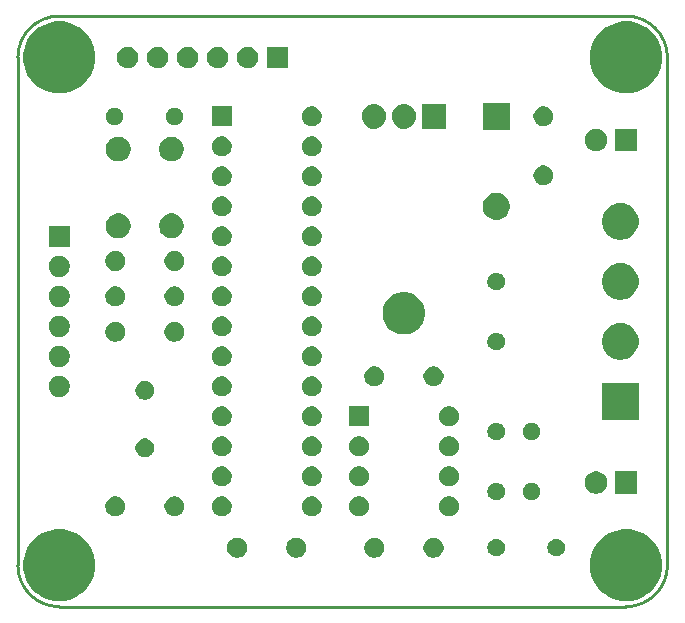
<source format=gbr>
%TF.GenerationSoftware,KiCad,Pcbnew,(5.1.5)-3*%
%TF.CreationDate,2020-11-26T13:06:48-06:00*%
%TF.ProjectId,CANdi_2,43414e64-695f-4322-9e6b-696361645f70,1A*%
%TF.SameCoordinates,Original*%
%TF.FileFunction,Soldermask,Bot*%
%TF.FilePolarity,Negative*%
%FSLAX46Y46*%
G04 Gerber Fmt 4.6, Leading zero omitted, Abs format (unit mm)*
G04 Created by KiCad (PCBNEW (5.1.5)-3) date 2020-11-26 13:06:48*
%MOMM*%
%LPD*%
G04 APERTURE LIST*
%ADD10C,0.254000*%
%ADD11C,0.150000*%
G04 APERTURE END LIST*
D10*
X127500000Y-121500000D02*
G75*
G02X124000000Y-125000000I-3500000J0D01*
G01*
X124000000Y-75000000D02*
G75*
G02X127500000Y-78500000I0J-3500000D01*
G01*
X76000000Y-125000000D02*
G75*
G02X72500000Y-121500000I0J3500000D01*
G01*
X72500000Y-78500000D02*
G75*
G02X76000000Y-75000000I3500000J0D01*
G01*
X127500000Y-121500000D02*
X127500000Y-78500000D01*
X76000000Y-75000000D02*
X124000000Y-75000000D01*
X72500000Y-121500000D02*
X72500000Y-78500000D01*
X76000000Y-125000000D02*
X124000000Y-125000000D01*
D11*
G36*
X124889943Y-118566248D02*
G01*
X125445189Y-118796238D01*
X125693347Y-118962052D01*
X125944899Y-119130134D01*
X126369866Y-119555101D01*
X126537948Y-119806653D01*
X126703762Y-120054811D01*
X126933752Y-120610057D01*
X127051000Y-121199501D01*
X127051000Y-121800499D01*
X126933752Y-122389943D01*
X126703762Y-122945189D01*
X126703761Y-122945190D01*
X126369866Y-123444899D01*
X125944899Y-123869866D01*
X125804573Y-123963629D01*
X125445189Y-124203762D01*
X124889943Y-124433752D01*
X124300499Y-124551000D01*
X123699501Y-124551000D01*
X123110057Y-124433752D01*
X122554811Y-124203762D01*
X122195427Y-123963629D01*
X122055101Y-123869866D01*
X121630134Y-123444899D01*
X121296239Y-122945190D01*
X121296238Y-122945189D01*
X121066248Y-122389943D01*
X120949000Y-121800499D01*
X120949000Y-121199501D01*
X121066248Y-120610057D01*
X121296238Y-120054811D01*
X121462052Y-119806653D01*
X121630134Y-119555101D01*
X122055101Y-119130134D01*
X122306653Y-118962052D01*
X122554811Y-118796238D01*
X123110057Y-118566248D01*
X123699501Y-118449000D01*
X124300499Y-118449000D01*
X124889943Y-118566248D01*
G37*
G36*
X76889943Y-118566248D02*
G01*
X77445189Y-118796238D01*
X77693347Y-118962052D01*
X77944899Y-119130134D01*
X78369866Y-119555101D01*
X78537948Y-119806653D01*
X78703762Y-120054811D01*
X78933752Y-120610057D01*
X79051000Y-121199501D01*
X79051000Y-121800499D01*
X78933752Y-122389943D01*
X78703762Y-122945189D01*
X78703761Y-122945190D01*
X78369866Y-123444899D01*
X77944899Y-123869866D01*
X77804573Y-123963629D01*
X77445189Y-124203762D01*
X76889943Y-124433752D01*
X76300499Y-124551000D01*
X75699501Y-124551000D01*
X75110057Y-124433752D01*
X74554811Y-124203762D01*
X74195427Y-123963629D01*
X74055101Y-123869866D01*
X73630134Y-123444899D01*
X73296239Y-122945190D01*
X73296238Y-122945189D01*
X73066248Y-122389943D01*
X72949000Y-121800499D01*
X72949000Y-121199501D01*
X73066248Y-120610057D01*
X73296238Y-120054811D01*
X73462052Y-119806653D01*
X73630134Y-119555101D01*
X74055101Y-119130134D01*
X74306653Y-118962052D01*
X74554811Y-118796238D01*
X75110057Y-118566248D01*
X75699501Y-118449000D01*
X76300499Y-118449000D01*
X76889943Y-118566248D01*
G37*
G36*
X107938228Y-119181703D02*
G01*
X108093100Y-119245853D01*
X108232481Y-119338985D01*
X108351015Y-119457519D01*
X108444147Y-119596900D01*
X108508297Y-119751772D01*
X108541000Y-119916184D01*
X108541000Y-120083816D01*
X108508297Y-120248228D01*
X108444147Y-120403100D01*
X108351015Y-120542481D01*
X108232481Y-120661015D01*
X108093100Y-120754147D01*
X107938228Y-120818297D01*
X107773816Y-120851000D01*
X107606184Y-120851000D01*
X107441772Y-120818297D01*
X107286900Y-120754147D01*
X107147519Y-120661015D01*
X107028985Y-120542481D01*
X106935853Y-120403100D01*
X106871703Y-120248228D01*
X106839000Y-120083816D01*
X106839000Y-119916184D01*
X106871703Y-119751772D01*
X106935853Y-119596900D01*
X107028985Y-119457519D01*
X107147519Y-119338985D01*
X107286900Y-119245853D01*
X107441772Y-119181703D01*
X107606184Y-119149000D01*
X107773816Y-119149000D01*
X107938228Y-119181703D01*
G37*
G36*
X96318228Y-119181703D02*
G01*
X96473100Y-119245853D01*
X96612481Y-119338985D01*
X96731015Y-119457519D01*
X96824147Y-119596900D01*
X96888297Y-119751772D01*
X96921000Y-119916184D01*
X96921000Y-120083816D01*
X96888297Y-120248228D01*
X96824147Y-120403100D01*
X96731015Y-120542481D01*
X96612481Y-120661015D01*
X96473100Y-120754147D01*
X96318228Y-120818297D01*
X96153816Y-120851000D01*
X95986184Y-120851000D01*
X95821772Y-120818297D01*
X95666900Y-120754147D01*
X95527519Y-120661015D01*
X95408985Y-120542481D01*
X95315853Y-120403100D01*
X95251703Y-120248228D01*
X95219000Y-120083816D01*
X95219000Y-119916184D01*
X95251703Y-119751772D01*
X95315853Y-119596900D01*
X95408985Y-119457519D01*
X95527519Y-119338985D01*
X95666900Y-119245853D01*
X95821772Y-119181703D01*
X95986184Y-119149000D01*
X96153816Y-119149000D01*
X96318228Y-119181703D01*
G37*
G36*
X102938228Y-119181703D02*
G01*
X103093100Y-119245853D01*
X103232481Y-119338985D01*
X103351015Y-119457519D01*
X103444147Y-119596900D01*
X103508297Y-119751772D01*
X103541000Y-119916184D01*
X103541000Y-120083816D01*
X103508297Y-120248228D01*
X103444147Y-120403100D01*
X103351015Y-120542481D01*
X103232481Y-120661015D01*
X103093100Y-120754147D01*
X102938228Y-120818297D01*
X102773816Y-120851000D01*
X102606184Y-120851000D01*
X102441772Y-120818297D01*
X102286900Y-120754147D01*
X102147519Y-120661015D01*
X102028985Y-120542481D01*
X101935853Y-120403100D01*
X101871703Y-120248228D01*
X101839000Y-120083816D01*
X101839000Y-119916184D01*
X101871703Y-119751772D01*
X101935853Y-119596900D01*
X102028985Y-119457519D01*
X102147519Y-119338985D01*
X102286900Y-119245853D01*
X102441772Y-119181703D01*
X102606184Y-119149000D01*
X102773816Y-119149000D01*
X102938228Y-119181703D01*
G37*
G36*
X91318228Y-119181703D02*
G01*
X91473100Y-119245853D01*
X91612481Y-119338985D01*
X91731015Y-119457519D01*
X91824147Y-119596900D01*
X91888297Y-119751772D01*
X91921000Y-119916184D01*
X91921000Y-120083816D01*
X91888297Y-120248228D01*
X91824147Y-120403100D01*
X91731015Y-120542481D01*
X91612481Y-120661015D01*
X91473100Y-120754147D01*
X91318228Y-120818297D01*
X91153816Y-120851000D01*
X90986184Y-120851000D01*
X90821772Y-120818297D01*
X90666900Y-120754147D01*
X90527519Y-120661015D01*
X90408985Y-120542481D01*
X90315853Y-120403100D01*
X90251703Y-120248228D01*
X90219000Y-120083816D01*
X90219000Y-119916184D01*
X90251703Y-119751772D01*
X90315853Y-119596900D01*
X90408985Y-119457519D01*
X90527519Y-119338985D01*
X90666900Y-119245853D01*
X90821772Y-119181703D01*
X90986184Y-119149000D01*
X91153816Y-119149000D01*
X91318228Y-119181703D01*
G37*
G36*
X118299059Y-119277860D02*
G01*
X118435732Y-119334472D01*
X118558735Y-119416660D01*
X118663340Y-119521265D01*
X118716159Y-119600314D01*
X118745529Y-119644270D01*
X118802140Y-119780941D01*
X118818779Y-119864590D01*
X118831000Y-119926033D01*
X118831000Y-120073967D01*
X118802140Y-120219059D01*
X118745528Y-120355732D01*
X118663340Y-120478735D01*
X118558735Y-120583340D01*
X118435732Y-120665528D01*
X118435731Y-120665529D01*
X118435730Y-120665529D01*
X118299059Y-120722140D01*
X118153968Y-120751000D01*
X118006032Y-120751000D01*
X117860941Y-120722140D01*
X117724270Y-120665529D01*
X117724269Y-120665529D01*
X117724268Y-120665528D01*
X117601265Y-120583340D01*
X117496660Y-120478735D01*
X117414472Y-120355732D01*
X117357860Y-120219059D01*
X117329000Y-120073967D01*
X117329000Y-119926033D01*
X117341222Y-119864590D01*
X117357860Y-119780941D01*
X117414471Y-119644270D01*
X117443841Y-119600314D01*
X117496660Y-119521265D01*
X117601265Y-119416660D01*
X117724268Y-119334472D01*
X117860941Y-119277860D01*
X118006032Y-119249000D01*
X118153968Y-119249000D01*
X118299059Y-119277860D01*
G37*
G36*
X113219059Y-119277860D02*
G01*
X113355732Y-119334472D01*
X113478735Y-119416660D01*
X113583340Y-119521265D01*
X113636159Y-119600314D01*
X113665529Y-119644270D01*
X113722140Y-119780941D01*
X113738779Y-119864590D01*
X113751000Y-119926033D01*
X113751000Y-120073967D01*
X113722140Y-120219059D01*
X113665528Y-120355732D01*
X113583340Y-120478735D01*
X113478735Y-120583340D01*
X113355732Y-120665528D01*
X113355731Y-120665529D01*
X113355730Y-120665529D01*
X113219059Y-120722140D01*
X113073968Y-120751000D01*
X112926032Y-120751000D01*
X112780941Y-120722140D01*
X112644270Y-120665529D01*
X112644269Y-120665529D01*
X112644268Y-120665528D01*
X112521265Y-120583340D01*
X112416660Y-120478735D01*
X112334472Y-120355732D01*
X112277860Y-120219059D01*
X112249000Y-120073967D01*
X112249000Y-119926033D01*
X112261222Y-119864590D01*
X112277860Y-119780941D01*
X112334471Y-119644270D01*
X112363841Y-119600314D01*
X112416660Y-119521265D01*
X112521265Y-119416660D01*
X112644268Y-119334472D01*
X112780941Y-119277860D01*
X112926032Y-119249000D01*
X113073968Y-119249000D01*
X113219059Y-119277860D01*
G37*
G36*
X90008228Y-115691703D02*
G01*
X90163100Y-115755853D01*
X90302481Y-115848985D01*
X90421015Y-115967519D01*
X90514147Y-116106900D01*
X90578297Y-116261772D01*
X90611000Y-116426184D01*
X90611000Y-116593816D01*
X90578297Y-116758228D01*
X90514147Y-116913100D01*
X90421015Y-117052481D01*
X90302481Y-117171015D01*
X90163100Y-117264147D01*
X90008228Y-117328297D01*
X89843816Y-117361000D01*
X89676184Y-117361000D01*
X89511772Y-117328297D01*
X89356900Y-117264147D01*
X89217519Y-117171015D01*
X89098985Y-117052481D01*
X89005853Y-116913100D01*
X88941703Y-116758228D01*
X88909000Y-116593816D01*
X88909000Y-116426184D01*
X88941703Y-116261772D01*
X89005853Y-116106900D01*
X89098985Y-115967519D01*
X89217519Y-115848985D01*
X89356900Y-115755853D01*
X89511772Y-115691703D01*
X89676184Y-115659000D01*
X89843816Y-115659000D01*
X90008228Y-115691703D01*
G37*
G36*
X97628228Y-115691703D02*
G01*
X97783100Y-115755853D01*
X97922481Y-115848985D01*
X98041015Y-115967519D01*
X98134147Y-116106900D01*
X98198297Y-116261772D01*
X98231000Y-116426184D01*
X98231000Y-116593816D01*
X98198297Y-116758228D01*
X98134147Y-116913100D01*
X98041015Y-117052481D01*
X97922481Y-117171015D01*
X97783100Y-117264147D01*
X97628228Y-117328297D01*
X97463816Y-117361000D01*
X97296184Y-117361000D01*
X97131772Y-117328297D01*
X96976900Y-117264147D01*
X96837519Y-117171015D01*
X96718985Y-117052481D01*
X96625853Y-116913100D01*
X96561703Y-116758228D01*
X96529000Y-116593816D01*
X96529000Y-116426184D01*
X96561703Y-116261772D01*
X96625853Y-116106900D01*
X96718985Y-115967519D01*
X96837519Y-115848985D01*
X96976900Y-115755853D01*
X97131772Y-115691703D01*
X97296184Y-115659000D01*
X97463816Y-115659000D01*
X97628228Y-115691703D01*
G37*
G36*
X86008228Y-115691703D02*
G01*
X86163100Y-115755853D01*
X86302481Y-115848985D01*
X86421015Y-115967519D01*
X86514147Y-116106900D01*
X86578297Y-116261772D01*
X86611000Y-116426184D01*
X86611000Y-116593816D01*
X86578297Y-116758228D01*
X86514147Y-116913100D01*
X86421015Y-117052481D01*
X86302481Y-117171015D01*
X86163100Y-117264147D01*
X86008228Y-117328297D01*
X85843816Y-117361000D01*
X85676184Y-117361000D01*
X85511772Y-117328297D01*
X85356900Y-117264147D01*
X85217519Y-117171015D01*
X85098985Y-117052481D01*
X85005853Y-116913100D01*
X84941703Y-116758228D01*
X84909000Y-116593816D01*
X84909000Y-116426184D01*
X84941703Y-116261772D01*
X85005853Y-116106900D01*
X85098985Y-115967519D01*
X85217519Y-115848985D01*
X85356900Y-115755853D01*
X85511772Y-115691703D01*
X85676184Y-115659000D01*
X85843816Y-115659000D01*
X86008228Y-115691703D01*
G37*
G36*
X81008228Y-115691703D02*
G01*
X81163100Y-115755853D01*
X81302481Y-115848985D01*
X81421015Y-115967519D01*
X81514147Y-116106900D01*
X81578297Y-116261772D01*
X81611000Y-116426184D01*
X81611000Y-116593816D01*
X81578297Y-116758228D01*
X81514147Y-116913100D01*
X81421015Y-117052481D01*
X81302481Y-117171015D01*
X81163100Y-117264147D01*
X81008228Y-117328297D01*
X80843816Y-117361000D01*
X80676184Y-117361000D01*
X80511772Y-117328297D01*
X80356900Y-117264147D01*
X80217519Y-117171015D01*
X80098985Y-117052481D01*
X80005853Y-116913100D01*
X79941703Y-116758228D01*
X79909000Y-116593816D01*
X79909000Y-116426184D01*
X79941703Y-116261772D01*
X80005853Y-116106900D01*
X80098985Y-115967519D01*
X80217519Y-115848985D01*
X80356900Y-115755853D01*
X80511772Y-115691703D01*
X80676184Y-115659000D01*
X80843816Y-115659000D01*
X81008228Y-115691703D01*
G37*
G36*
X101628228Y-115691703D02*
G01*
X101783100Y-115755853D01*
X101922481Y-115848985D01*
X102041015Y-115967519D01*
X102134147Y-116106900D01*
X102198297Y-116261772D01*
X102231000Y-116426184D01*
X102231000Y-116593816D01*
X102198297Y-116758228D01*
X102134147Y-116913100D01*
X102041015Y-117052481D01*
X101922481Y-117171015D01*
X101783100Y-117264147D01*
X101628228Y-117328297D01*
X101463816Y-117361000D01*
X101296184Y-117361000D01*
X101131772Y-117328297D01*
X100976900Y-117264147D01*
X100837519Y-117171015D01*
X100718985Y-117052481D01*
X100625853Y-116913100D01*
X100561703Y-116758228D01*
X100529000Y-116593816D01*
X100529000Y-116426184D01*
X100561703Y-116261772D01*
X100625853Y-116106900D01*
X100718985Y-115967519D01*
X100837519Y-115848985D01*
X100976900Y-115755853D01*
X101131772Y-115691703D01*
X101296184Y-115659000D01*
X101463816Y-115659000D01*
X101628228Y-115691703D01*
G37*
G36*
X109248228Y-115691703D02*
G01*
X109403100Y-115755853D01*
X109542481Y-115848985D01*
X109661015Y-115967519D01*
X109754147Y-116106900D01*
X109818297Y-116261772D01*
X109851000Y-116426184D01*
X109851000Y-116593816D01*
X109818297Y-116758228D01*
X109754147Y-116913100D01*
X109661015Y-117052481D01*
X109542481Y-117171015D01*
X109403100Y-117264147D01*
X109248228Y-117328297D01*
X109083816Y-117361000D01*
X108916184Y-117361000D01*
X108751772Y-117328297D01*
X108596900Y-117264147D01*
X108457519Y-117171015D01*
X108338985Y-117052481D01*
X108245853Y-116913100D01*
X108181703Y-116758228D01*
X108149000Y-116593816D01*
X108149000Y-116426184D01*
X108181703Y-116261772D01*
X108245853Y-116106900D01*
X108338985Y-115967519D01*
X108457519Y-115848985D01*
X108596900Y-115755853D01*
X108751772Y-115691703D01*
X108916184Y-115659000D01*
X109083816Y-115659000D01*
X109248228Y-115691703D01*
G37*
G36*
X113219059Y-114517860D02*
G01*
X113355732Y-114574472D01*
X113478735Y-114656660D01*
X113583340Y-114761265D01*
X113665528Y-114884268D01*
X113722140Y-115020941D01*
X113751000Y-115166033D01*
X113751000Y-115313967D01*
X113722140Y-115459059D01*
X113665528Y-115595732D01*
X113583340Y-115718735D01*
X113478735Y-115823340D01*
X113355732Y-115905528D01*
X113355731Y-115905529D01*
X113355730Y-115905529D01*
X113219059Y-115962140D01*
X113073968Y-115991000D01*
X112926032Y-115991000D01*
X112780941Y-115962140D01*
X112644270Y-115905529D01*
X112644269Y-115905529D01*
X112644268Y-115905528D01*
X112521265Y-115823340D01*
X112416660Y-115718735D01*
X112334472Y-115595732D01*
X112277860Y-115459059D01*
X112249000Y-115313967D01*
X112249000Y-115166033D01*
X112277860Y-115020941D01*
X112334472Y-114884268D01*
X112416660Y-114761265D01*
X112521265Y-114656660D01*
X112644268Y-114574472D01*
X112780941Y-114517860D01*
X112926032Y-114489000D01*
X113073968Y-114489000D01*
X113219059Y-114517860D01*
G37*
G36*
X116219059Y-114517860D02*
G01*
X116355732Y-114574472D01*
X116478735Y-114656660D01*
X116583340Y-114761265D01*
X116665528Y-114884268D01*
X116722140Y-115020941D01*
X116751000Y-115166033D01*
X116751000Y-115313967D01*
X116722140Y-115459059D01*
X116665528Y-115595732D01*
X116583340Y-115718735D01*
X116478735Y-115823340D01*
X116355732Y-115905528D01*
X116355731Y-115905529D01*
X116355730Y-115905529D01*
X116219059Y-115962140D01*
X116073968Y-115991000D01*
X115926032Y-115991000D01*
X115780941Y-115962140D01*
X115644270Y-115905529D01*
X115644269Y-115905529D01*
X115644268Y-115905528D01*
X115521265Y-115823340D01*
X115416660Y-115718735D01*
X115334472Y-115595732D01*
X115277860Y-115459059D01*
X115249000Y-115313967D01*
X115249000Y-115166033D01*
X115277860Y-115020941D01*
X115334472Y-114884268D01*
X115416660Y-114761265D01*
X115521265Y-114656660D01*
X115644268Y-114574472D01*
X115780941Y-114517860D01*
X115926032Y-114489000D01*
X116073968Y-114489000D01*
X116219059Y-114517860D01*
G37*
G36*
X124951000Y-115451000D02*
G01*
X123049000Y-115451000D01*
X123049000Y-113549000D01*
X124951000Y-113549000D01*
X124951000Y-115451000D01*
G37*
G36*
X121737395Y-113585546D02*
G01*
X121910466Y-113657234D01*
X121910467Y-113657235D01*
X122066227Y-113761310D01*
X122198690Y-113893773D01*
X122198691Y-113893775D01*
X122302766Y-114049534D01*
X122374454Y-114222605D01*
X122411000Y-114406333D01*
X122411000Y-114593667D01*
X122374454Y-114777395D01*
X122302766Y-114950466D01*
X122302765Y-114950467D01*
X122198690Y-115106227D01*
X122066227Y-115238690D01*
X121987818Y-115291081D01*
X121910466Y-115342766D01*
X121737395Y-115414454D01*
X121553667Y-115451000D01*
X121366333Y-115451000D01*
X121182605Y-115414454D01*
X121009534Y-115342766D01*
X120932182Y-115291081D01*
X120853773Y-115238690D01*
X120721310Y-115106227D01*
X120617235Y-114950467D01*
X120617234Y-114950466D01*
X120545546Y-114777395D01*
X120509000Y-114593667D01*
X120509000Y-114406333D01*
X120545546Y-114222605D01*
X120617234Y-114049534D01*
X120721309Y-113893775D01*
X120721310Y-113893773D01*
X120853773Y-113761310D01*
X121009533Y-113657235D01*
X121009534Y-113657234D01*
X121182605Y-113585546D01*
X121366333Y-113549000D01*
X121553667Y-113549000D01*
X121737395Y-113585546D01*
G37*
G36*
X109248228Y-113151703D02*
G01*
X109403100Y-113215853D01*
X109542481Y-113308985D01*
X109661015Y-113427519D01*
X109754147Y-113566900D01*
X109818297Y-113721772D01*
X109851000Y-113886184D01*
X109851000Y-114053816D01*
X109818297Y-114218228D01*
X109754147Y-114373100D01*
X109661015Y-114512481D01*
X109542481Y-114631015D01*
X109403100Y-114724147D01*
X109248228Y-114788297D01*
X109083816Y-114821000D01*
X108916184Y-114821000D01*
X108751772Y-114788297D01*
X108596900Y-114724147D01*
X108457519Y-114631015D01*
X108338985Y-114512481D01*
X108245853Y-114373100D01*
X108181703Y-114218228D01*
X108149000Y-114053816D01*
X108149000Y-113886184D01*
X108181703Y-113721772D01*
X108245853Y-113566900D01*
X108338985Y-113427519D01*
X108457519Y-113308985D01*
X108596900Y-113215853D01*
X108751772Y-113151703D01*
X108916184Y-113119000D01*
X109083816Y-113119000D01*
X109248228Y-113151703D01*
G37*
G36*
X101628228Y-113151703D02*
G01*
X101783100Y-113215853D01*
X101922481Y-113308985D01*
X102041015Y-113427519D01*
X102134147Y-113566900D01*
X102198297Y-113721772D01*
X102231000Y-113886184D01*
X102231000Y-114053816D01*
X102198297Y-114218228D01*
X102134147Y-114373100D01*
X102041015Y-114512481D01*
X101922481Y-114631015D01*
X101783100Y-114724147D01*
X101628228Y-114788297D01*
X101463816Y-114821000D01*
X101296184Y-114821000D01*
X101131772Y-114788297D01*
X100976900Y-114724147D01*
X100837519Y-114631015D01*
X100718985Y-114512481D01*
X100625853Y-114373100D01*
X100561703Y-114218228D01*
X100529000Y-114053816D01*
X100529000Y-113886184D01*
X100561703Y-113721772D01*
X100625853Y-113566900D01*
X100718985Y-113427519D01*
X100837519Y-113308985D01*
X100976900Y-113215853D01*
X101131772Y-113151703D01*
X101296184Y-113119000D01*
X101463816Y-113119000D01*
X101628228Y-113151703D01*
G37*
G36*
X90008228Y-113151703D02*
G01*
X90163100Y-113215853D01*
X90302481Y-113308985D01*
X90421015Y-113427519D01*
X90514147Y-113566900D01*
X90578297Y-113721772D01*
X90611000Y-113886184D01*
X90611000Y-114053816D01*
X90578297Y-114218228D01*
X90514147Y-114373100D01*
X90421015Y-114512481D01*
X90302481Y-114631015D01*
X90163100Y-114724147D01*
X90008228Y-114788297D01*
X89843816Y-114821000D01*
X89676184Y-114821000D01*
X89511772Y-114788297D01*
X89356900Y-114724147D01*
X89217519Y-114631015D01*
X89098985Y-114512481D01*
X89005853Y-114373100D01*
X88941703Y-114218228D01*
X88909000Y-114053816D01*
X88909000Y-113886184D01*
X88941703Y-113721772D01*
X89005853Y-113566900D01*
X89098985Y-113427519D01*
X89217519Y-113308985D01*
X89356900Y-113215853D01*
X89511772Y-113151703D01*
X89676184Y-113119000D01*
X89843816Y-113119000D01*
X90008228Y-113151703D01*
G37*
G36*
X97628228Y-113151703D02*
G01*
X97783100Y-113215853D01*
X97922481Y-113308985D01*
X98041015Y-113427519D01*
X98134147Y-113566900D01*
X98198297Y-113721772D01*
X98231000Y-113886184D01*
X98231000Y-114053816D01*
X98198297Y-114218228D01*
X98134147Y-114373100D01*
X98041015Y-114512481D01*
X97922481Y-114631015D01*
X97783100Y-114724147D01*
X97628228Y-114788297D01*
X97463816Y-114821000D01*
X97296184Y-114821000D01*
X97131772Y-114788297D01*
X96976900Y-114724147D01*
X96837519Y-114631015D01*
X96718985Y-114512481D01*
X96625853Y-114373100D01*
X96561703Y-114218228D01*
X96529000Y-114053816D01*
X96529000Y-113886184D01*
X96561703Y-113721772D01*
X96625853Y-113566900D01*
X96718985Y-113427519D01*
X96837519Y-113308985D01*
X96976900Y-113215853D01*
X97131772Y-113151703D01*
X97296184Y-113119000D01*
X97463816Y-113119000D01*
X97628228Y-113151703D01*
G37*
G36*
X83493642Y-110789781D02*
G01*
X83639414Y-110850162D01*
X83639416Y-110850163D01*
X83770608Y-110937822D01*
X83882178Y-111049392D01*
X83969837Y-111180584D01*
X83969838Y-111180586D01*
X84030219Y-111326358D01*
X84061000Y-111481107D01*
X84061000Y-111638893D01*
X84030219Y-111793642D01*
X83969838Y-111939414D01*
X83969837Y-111939416D01*
X83882178Y-112070608D01*
X83770608Y-112182178D01*
X83639416Y-112269837D01*
X83639415Y-112269838D01*
X83639414Y-112269838D01*
X83493642Y-112330219D01*
X83338893Y-112361000D01*
X83181107Y-112361000D01*
X83026358Y-112330219D01*
X82880586Y-112269838D01*
X82880585Y-112269838D01*
X82880584Y-112269837D01*
X82749392Y-112182178D01*
X82637822Y-112070608D01*
X82550163Y-111939416D01*
X82550162Y-111939414D01*
X82489781Y-111793642D01*
X82459000Y-111638893D01*
X82459000Y-111481107D01*
X82489781Y-111326358D01*
X82550162Y-111180586D01*
X82550163Y-111180584D01*
X82637822Y-111049392D01*
X82749392Y-110937822D01*
X82880584Y-110850163D01*
X82880586Y-110850162D01*
X83026358Y-110789781D01*
X83181107Y-110759000D01*
X83338893Y-110759000D01*
X83493642Y-110789781D01*
G37*
G36*
X101628228Y-110611703D02*
G01*
X101783100Y-110675853D01*
X101922481Y-110768985D01*
X102041015Y-110887519D01*
X102134147Y-111026900D01*
X102198297Y-111181772D01*
X102231000Y-111346184D01*
X102231000Y-111513816D01*
X102198297Y-111678228D01*
X102134147Y-111833100D01*
X102041015Y-111972481D01*
X101922481Y-112091015D01*
X101783100Y-112184147D01*
X101628228Y-112248297D01*
X101463816Y-112281000D01*
X101296184Y-112281000D01*
X101131772Y-112248297D01*
X100976900Y-112184147D01*
X100837519Y-112091015D01*
X100718985Y-111972481D01*
X100625853Y-111833100D01*
X100561703Y-111678228D01*
X100529000Y-111513816D01*
X100529000Y-111346184D01*
X100561703Y-111181772D01*
X100625853Y-111026900D01*
X100718985Y-110887519D01*
X100837519Y-110768985D01*
X100976900Y-110675853D01*
X101131772Y-110611703D01*
X101296184Y-110579000D01*
X101463816Y-110579000D01*
X101628228Y-110611703D01*
G37*
G36*
X90008228Y-110611703D02*
G01*
X90163100Y-110675853D01*
X90302481Y-110768985D01*
X90421015Y-110887519D01*
X90514147Y-111026900D01*
X90578297Y-111181772D01*
X90611000Y-111346184D01*
X90611000Y-111513816D01*
X90578297Y-111678228D01*
X90514147Y-111833100D01*
X90421015Y-111972481D01*
X90302481Y-112091015D01*
X90163100Y-112184147D01*
X90008228Y-112248297D01*
X89843816Y-112281000D01*
X89676184Y-112281000D01*
X89511772Y-112248297D01*
X89356900Y-112184147D01*
X89217519Y-112091015D01*
X89098985Y-111972481D01*
X89005853Y-111833100D01*
X88941703Y-111678228D01*
X88909000Y-111513816D01*
X88909000Y-111346184D01*
X88941703Y-111181772D01*
X89005853Y-111026900D01*
X89098985Y-110887519D01*
X89217519Y-110768985D01*
X89356900Y-110675853D01*
X89511772Y-110611703D01*
X89676184Y-110579000D01*
X89843816Y-110579000D01*
X90008228Y-110611703D01*
G37*
G36*
X109248228Y-110611703D02*
G01*
X109403100Y-110675853D01*
X109542481Y-110768985D01*
X109661015Y-110887519D01*
X109754147Y-111026900D01*
X109818297Y-111181772D01*
X109851000Y-111346184D01*
X109851000Y-111513816D01*
X109818297Y-111678228D01*
X109754147Y-111833100D01*
X109661015Y-111972481D01*
X109542481Y-112091015D01*
X109403100Y-112184147D01*
X109248228Y-112248297D01*
X109083816Y-112281000D01*
X108916184Y-112281000D01*
X108751772Y-112248297D01*
X108596900Y-112184147D01*
X108457519Y-112091015D01*
X108338985Y-111972481D01*
X108245853Y-111833100D01*
X108181703Y-111678228D01*
X108149000Y-111513816D01*
X108149000Y-111346184D01*
X108181703Y-111181772D01*
X108245853Y-111026900D01*
X108338985Y-110887519D01*
X108457519Y-110768985D01*
X108596900Y-110675853D01*
X108751772Y-110611703D01*
X108916184Y-110579000D01*
X109083816Y-110579000D01*
X109248228Y-110611703D01*
G37*
G36*
X97628228Y-110611703D02*
G01*
X97783100Y-110675853D01*
X97922481Y-110768985D01*
X98041015Y-110887519D01*
X98134147Y-111026900D01*
X98198297Y-111181772D01*
X98231000Y-111346184D01*
X98231000Y-111513816D01*
X98198297Y-111678228D01*
X98134147Y-111833100D01*
X98041015Y-111972481D01*
X97922481Y-112091015D01*
X97783100Y-112184147D01*
X97628228Y-112248297D01*
X97463816Y-112281000D01*
X97296184Y-112281000D01*
X97131772Y-112248297D01*
X96976900Y-112184147D01*
X96837519Y-112091015D01*
X96718985Y-111972481D01*
X96625853Y-111833100D01*
X96561703Y-111678228D01*
X96529000Y-111513816D01*
X96529000Y-111346184D01*
X96561703Y-111181772D01*
X96625853Y-111026900D01*
X96718985Y-110887519D01*
X96837519Y-110768985D01*
X96976900Y-110675853D01*
X97131772Y-110611703D01*
X97296184Y-110579000D01*
X97463816Y-110579000D01*
X97628228Y-110611703D01*
G37*
G36*
X113219059Y-109437860D02*
G01*
X113355732Y-109494472D01*
X113478735Y-109576660D01*
X113583340Y-109681265D01*
X113665528Y-109804268D01*
X113722140Y-109940941D01*
X113751000Y-110086033D01*
X113751000Y-110233967D01*
X113722140Y-110379059D01*
X113665528Y-110515732D01*
X113583340Y-110638735D01*
X113478735Y-110743340D01*
X113355732Y-110825528D01*
X113355731Y-110825529D01*
X113355730Y-110825529D01*
X113219059Y-110882140D01*
X113073968Y-110911000D01*
X112926032Y-110911000D01*
X112780941Y-110882140D01*
X112644270Y-110825529D01*
X112644269Y-110825529D01*
X112644268Y-110825528D01*
X112521265Y-110743340D01*
X112416660Y-110638735D01*
X112334472Y-110515732D01*
X112277860Y-110379059D01*
X112249000Y-110233967D01*
X112249000Y-110086033D01*
X112277860Y-109940941D01*
X112334472Y-109804268D01*
X112416660Y-109681265D01*
X112521265Y-109576660D01*
X112644268Y-109494472D01*
X112780941Y-109437860D01*
X112926032Y-109409000D01*
X113073968Y-109409000D01*
X113219059Y-109437860D01*
G37*
G36*
X116219059Y-109437860D02*
G01*
X116355732Y-109494472D01*
X116478735Y-109576660D01*
X116583340Y-109681265D01*
X116665528Y-109804268D01*
X116722140Y-109940941D01*
X116751000Y-110086033D01*
X116751000Y-110233967D01*
X116722140Y-110379059D01*
X116665528Y-110515732D01*
X116583340Y-110638735D01*
X116478735Y-110743340D01*
X116355732Y-110825528D01*
X116355731Y-110825529D01*
X116355730Y-110825529D01*
X116219059Y-110882140D01*
X116073968Y-110911000D01*
X115926032Y-110911000D01*
X115780941Y-110882140D01*
X115644270Y-110825529D01*
X115644269Y-110825529D01*
X115644268Y-110825528D01*
X115521265Y-110743340D01*
X115416660Y-110638735D01*
X115334472Y-110515732D01*
X115277860Y-110379059D01*
X115249000Y-110233967D01*
X115249000Y-110086033D01*
X115277860Y-109940941D01*
X115334472Y-109804268D01*
X115416660Y-109681265D01*
X115521265Y-109576660D01*
X115644268Y-109494472D01*
X115780941Y-109437860D01*
X115926032Y-109409000D01*
X116073968Y-109409000D01*
X116219059Y-109437860D01*
G37*
G36*
X102231000Y-109741000D02*
G01*
X100529000Y-109741000D01*
X100529000Y-108039000D01*
X102231000Y-108039000D01*
X102231000Y-109741000D01*
G37*
G36*
X109248228Y-108071703D02*
G01*
X109403100Y-108135853D01*
X109542481Y-108228985D01*
X109661015Y-108347519D01*
X109754147Y-108486900D01*
X109818297Y-108641772D01*
X109851000Y-108806184D01*
X109851000Y-108973816D01*
X109818297Y-109138228D01*
X109754147Y-109293100D01*
X109661015Y-109432481D01*
X109542481Y-109551015D01*
X109403100Y-109644147D01*
X109248228Y-109708297D01*
X109083816Y-109741000D01*
X108916184Y-109741000D01*
X108751772Y-109708297D01*
X108596900Y-109644147D01*
X108457519Y-109551015D01*
X108338985Y-109432481D01*
X108245853Y-109293100D01*
X108181703Y-109138228D01*
X108149000Y-108973816D01*
X108149000Y-108806184D01*
X108181703Y-108641772D01*
X108245853Y-108486900D01*
X108338985Y-108347519D01*
X108457519Y-108228985D01*
X108596900Y-108135853D01*
X108751772Y-108071703D01*
X108916184Y-108039000D01*
X109083816Y-108039000D01*
X109248228Y-108071703D01*
G37*
G36*
X97628228Y-108071703D02*
G01*
X97783100Y-108135853D01*
X97922481Y-108228985D01*
X98041015Y-108347519D01*
X98134147Y-108486900D01*
X98198297Y-108641772D01*
X98231000Y-108806184D01*
X98231000Y-108973816D01*
X98198297Y-109138228D01*
X98134147Y-109293100D01*
X98041015Y-109432481D01*
X97922481Y-109551015D01*
X97783100Y-109644147D01*
X97628228Y-109708297D01*
X97463816Y-109741000D01*
X97296184Y-109741000D01*
X97131772Y-109708297D01*
X96976900Y-109644147D01*
X96837519Y-109551015D01*
X96718985Y-109432481D01*
X96625853Y-109293100D01*
X96561703Y-109138228D01*
X96529000Y-108973816D01*
X96529000Y-108806184D01*
X96561703Y-108641772D01*
X96625853Y-108486900D01*
X96718985Y-108347519D01*
X96837519Y-108228985D01*
X96976900Y-108135853D01*
X97131772Y-108071703D01*
X97296184Y-108039000D01*
X97463816Y-108039000D01*
X97628228Y-108071703D01*
G37*
G36*
X90008228Y-108071703D02*
G01*
X90163100Y-108135853D01*
X90302481Y-108228985D01*
X90421015Y-108347519D01*
X90514147Y-108486900D01*
X90578297Y-108641772D01*
X90611000Y-108806184D01*
X90611000Y-108973816D01*
X90578297Y-109138228D01*
X90514147Y-109293100D01*
X90421015Y-109432481D01*
X90302481Y-109551015D01*
X90163100Y-109644147D01*
X90008228Y-109708297D01*
X89843816Y-109741000D01*
X89676184Y-109741000D01*
X89511772Y-109708297D01*
X89356900Y-109644147D01*
X89217519Y-109551015D01*
X89098985Y-109432481D01*
X89005853Y-109293100D01*
X88941703Y-109138228D01*
X88909000Y-108973816D01*
X88909000Y-108806184D01*
X88941703Y-108641772D01*
X89005853Y-108486900D01*
X89098985Y-108347519D01*
X89217519Y-108228985D01*
X89356900Y-108135853D01*
X89511772Y-108071703D01*
X89676184Y-108039000D01*
X89843816Y-108039000D01*
X90008228Y-108071703D01*
G37*
G36*
X125051000Y-109171000D02*
G01*
X121949000Y-109171000D01*
X121949000Y-106069000D01*
X125051000Y-106069000D01*
X125051000Y-109171000D01*
G37*
G36*
X83493642Y-105909781D02*
G01*
X83639414Y-105970162D01*
X83639416Y-105970163D01*
X83770608Y-106057822D01*
X83882178Y-106169392D01*
X83969837Y-106300584D01*
X83969838Y-106300586D01*
X84030219Y-106446358D01*
X84061000Y-106601107D01*
X84061000Y-106758893D01*
X84030219Y-106913642D01*
X83973799Y-107049852D01*
X83969837Y-107059416D01*
X83882178Y-107190608D01*
X83770608Y-107302178D01*
X83639416Y-107389837D01*
X83639415Y-107389838D01*
X83639414Y-107389838D01*
X83493642Y-107450219D01*
X83338893Y-107481000D01*
X83181107Y-107481000D01*
X83026358Y-107450219D01*
X82880586Y-107389838D01*
X82880585Y-107389838D01*
X82880584Y-107389837D01*
X82749392Y-107302178D01*
X82637822Y-107190608D01*
X82550163Y-107059416D01*
X82546201Y-107049852D01*
X82489781Y-106913642D01*
X82459000Y-106758893D01*
X82459000Y-106601107D01*
X82489781Y-106446358D01*
X82550162Y-106300586D01*
X82550163Y-106300584D01*
X82637822Y-106169392D01*
X82749392Y-106057822D01*
X82880584Y-105970163D01*
X82880586Y-105970162D01*
X83026358Y-105909781D01*
X83181107Y-105879000D01*
X83338893Y-105879000D01*
X83493642Y-105909781D01*
G37*
G36*
X76113512Y-105453927D02*
G01*
X76262812Y-105483624D01*
X76426784Y-105551544D01*
X76574354Y-105650147D01*
X76699853Y-105775646D01*
X76798456Y-105923216D01*
X76866376Y-106087188D01*
X76882727Y-106169393D01*
X76899586Y-106254147D01*
X76901000Y-106261259D01*
X76901000Y-106438741D01*
X76866376Y-106612812D01*
X76798456Y-106776784D01*
X76699853Y-106924354D01*
X76574354Y-107049853D01*
X76426784Y-107148456D01*
X76262812Y-107216376D01*
X76113512Y-107246073D01*
X76088742Y-107251000D01*
X75911258Y-107251000D01*
X75886488Y-107246073D01*
X75737188Y-107216376D01*
X75573216Y-107148456D01*
X75425646Y-107049853D01*
X75300147Y-106924354D01*
X75201544Y-106776784D01*
X75133624Y-106612812D01*
X75099000Y-106438741D01*
X75099000Y-106261259D01*
X75100415Y-106254147D01*
X75117273Y-106169393D01*
X75133624Y-106087188D01*
X75201544Y-105923216D01*
X75300147Y-105775646D01*
X75425646Y-105650147D01*
X75573216Y-105551544D01*
X75737188Y-105483624D01*
X75886488Y-105453927D01*
X75911258Y-105449000D01*
X76088742Y-105449000D01*
X76113512Y-105453927D01*
G37*
G36*
X90008228Y-105531703D02*
G01*
X90163100Y-105595853D01*
X90302481Y-105688985D01*
X90421015Y-105807519D01*
X90514147Y-105946900D01*
X90578297Y-106101772D01*
X90611000Y-106266184D01*
X90611000Y-106433816D01*
X90578297Y-106598228D01*
X90514147Y-106753100D01*
X90421015Y-106892481D01*
X90302481Y-107011015D01*
X90163100Y-107104147D01*
X90008228Y-107168297D01*
X89843816Y-107201000D01*
X89676184Y-107201000D01*
X89511772Y-107168297D01*
X89356900Y-107104147D01*
X89217519Y-107011015D01*
X89098985Y-106892481D01*
X89005853Y-106753100D01*
X88941703Y-106598228D01*
X88909000Y-106433816D01*
X88909000Y-106266184D01*
X88941703Y-106101772D01*
X89005853Y-105946900D01*
X89098985Y-105807519D01*
X89217519Y-105688985D01*
X89356900Y-105595853D01*
X89511772Y-105531703D01*
X89676184Y-105499000D01*
X89843816Y-105499000D01*
X90008228Y-105531703D01*
G37*
G36*
X97628228Y-105531703D02*
G01*
X97783100Y-105595853D01*
X97922481Y-105688985D01*
X98041015Y-105807519D01*
X98134147Y-105946900D01*
X98198297Y-106101772D01*
X98231000Y-106266184D01*
X98231000Y-106433816D01*
X98198297Y-106598228D01*
X98134147Y-106753100D01*
X98041015Y-106892481D01*
X97922481Y-107011015D01*
X97783100Y-107104147D01*
X97628228Y-107168297D01*
X97463816Y-107201000D01*
X97296184Y-107201000D01*
X97131772Y-107168297D01*
X96976900Y-107104147D01*
X96837519Y-107011015D01*
X96718985Y-106892481D01*
X96625853Y-106753100D01*
X96561703Y-106598228D01*
X96529000Y-106433816D01*
X96529000Y-106266184D01*
X96561703Y-106101772D01*
X96625853Y-105946900D01*
X96718985Y-105807519D01*
X96837519Y-105688985D01*
X96976900Y-105595853D01*
X97131772Y-105531703D01*
X97296184Y-105499000D01*
X97463816Y-105499000D01*
X97628228Y-105531703D01*
G37*
G36*
X107938228Y-104681703D02*
G01*
X108093100Y-104745853D01*
X108232481Y-104838985D01*
X108351015Y-104957519D01*
X108444147Y-105096900D01*
X108508297Y-105251772D01*
X108541000Y-105416184D01*
X108541000Y-105583816D01*
X108508297Y-105748228D01*
X108444147Y-105903100D01*
X108351015Y-106042481D01*
X108232481Y-106161015D01*
X108093100Y-106254147D01*
X107938228Y-106318297D01*
X107773816Y-106351000D01*
X107606184Y-106351000D01*
X107441772Y-106318297D01*
X107286900Y-106254147D01*
X107147519Y-106161015D01*
X107028985Y-106042481D01*
X106935853Y-105903100D01*
X106871703Y-105748228D01*
X106839000Y-105583816D01*
X106839000Y-105416184D01*
X106871703Y-105251772D01*
X106935853Y-105096900D01*
X107028985Y-104957519D01*
X107147519Y-104838985D01*
X107286900Y-104745853D01*
X107441772Y-104681703D01*
X107606184Y-104649000D01*
X107773816Y-104649000D01*
X107938228Y-104681703D01*
G37*
G36*
X102938228Y-104681703D02*
G01*
X103093100Y-104745853D01*
X103232481Y-104838985D01*
X103351015Y-104957519D01*
X103444147Y-105096900D01*
X103508297Y-105251772D01*
X103541000Y-105416184D01*
X103541000Y-105583816D01*
X103508297Y-105748228D01*
X103444147Y-105903100D01*
X103351015Y-106042481D01*
X103232481Y-106161015D01*
X103093100Y-106254147D01*
X102938228Y-106318297D01*
X102773816Y-106351000D01*
X102606184Y-106351000D01*
X102441772Y-106318297D01*
X102286900Y-106254147D01*
X102147519Y-106161015D01*
X102028985Y-106042481D01*
X101935853Y-105903100D01*
X101871703Y-105748228D01*
X101839000Y-105583816D01*
X101839000Y-105416184D01*
X101871703Y-105251772D01*
X101935853Y-105096900D01*
X102028985Y-104957519D01*
X102147519Y-104838985D01*
X102286900Y-104745853D01*
X102441772Y-104681703D01*
X102606184Y-104649000D01*
X102773816Y-104649000D01*
X102938228Y-104681703D01*
G37*
G36*
X76113512Y-102913927D02*
G01*
X76262812Y-102943624D01*
X76426784Y-103011544D01*
X76574354Y-103110147D01*
X76699853Y-103235646D01*
X76798456Y-103383216D01*
X76866376Y-103547188D01*
X76901000Y-103721259D01*
X76901000Y-103898741D01*
X76866376Y-104072812D01*
X76798456Y-104236784D01*
X76699853Y-104384354D01*
X76574354Y-104509853D01*
X76426784Y-104608456D01*
X76262812Y-104676376D01*
X76113512Y-104706073D01*
X76088742Y-104711000D01*
X75911258Y-104711000D01*
X75886488Y-104706073D01*
X75737188Y-104676376D01*
X75573216Y-104608456D01*
X75425646Y-104509853D01*
X75300147Y-104384354D01*
X75201544Y-104236784D01*
X75133624Y-104072812D01*
X75099000Y-103898741D01*
X75099000Y-103721259D01*
X75133624Y-103547188D01*
X75201544Y-103383216D01*
X75300147Y-103235646D01*
X75425646Y-103110147D01*
X75573216Y-103011544D01*
X75737188Y-102943624D01*
X75886488Y-102913927D01*
X75911258Y-102909000D01*
X76088742Y-102909000D01*
X76113512Y-102913927D01*
G37*
G36*
X97628228Y-102991703D02*
G01*
X97783100Y-103055853D01*
X97922481Y-103148985D01*
X98041015Y-103267519D01*
X98134147Y-103406900D01*
X98198297Y-103561772D01*
X98231000Y-103726184D01*
X98231000Y-103893816D01*
X98198297Y-104058228D01*
X98134147Y-104213100D01*
X98041015Y-104352481D01*
X97922481Y-104471015D01*
X97783100Y-104564147D01*
X97628228Y-104628297D01*
X97463816Y-104661000D01*
X97296184Y-104661000D01*
X97131772Y-104628297D01*
X96976900Y-104564147D01*
X96837519Y-104471015D01*
X96718985Y-104352481D01*
X96625853Y-104213100D01*
X96561703Y-104058228D01*
X96529000Y-103893816D01*
X96529000Y-103726184D01*
X96561703Y-103561772D01*
X96625853Y-103406900D01*
X96718985Y-103267519D01*
X96837519Y-103148985D01*
X96976900Y-103055853D01*
X97131772Y-102991703D01*
X97296184Y-102959000D01*
X97463816Y-102959000D01*
X97628228Y-102991703D01*
G37*
G36*
X90008228Y-102991703D02*
G01*
X90163100Y-103055853D01*
X90302481Y-103148985D01*
X90421015Y-103267519D01*
X90514147Y-103406900D01*
X90578297Y-103561772D01*
X90611000Y-103726184D01*
X90611000Y-103893816D01*
X90578297Y-104058228D01*
X90514147Y-104213100D01*
X90421015Y-104352481D01*
X90302481Y-104471015D01*
X90163100Y-104564147D01*
X90008228Y-104628297D01*
X89843816Y-104661000D01*
X89676184Y-104661000D01*
X89511772Y-104628297D01*
X89356900Y-104564147D01*
X89217519Y-104471015D01*
X89098985Y-104352481D01*
X89005853Y-104213100D01*
X88941703Y-104058228D01*
X88909000Y-103893816D01*
X88909000Y-103726184D01*
X88941703Y-103561772D01*
X89005853Y-103406900D01*
X89098985Y-103267519D01*
X89217519Y-103148985D01*
X89356900Y-103055853D01*
X89511772Y-102991703D01*
X89676184Y-102959000D01*
X89843816Y-102959000D01*
X90008228Y-102991703D01*
G37*
G36*
X123802585Y-101018802D02*
G01*
X123952410Y-101048604D01*
X124234674Y-101165521D01*
X124488705Y-101335259D01*
X124704741Y-101551295D01*
X124874479Y-101805326D01*
X124991396Y-102087590D01*
X125051000Y-102387240D01*
X125051000Y-102692760D01*
X124991396Y-102992410D01*
X124874479Y-103274674D01*
X124704741Y-103528705D01*
X124488705Y-103744741D01*
X124234674Y-103914479D01*
X123952410Y-104031396D01*
X123817516Y-104058228D01*
X123652761Y-104091000D01*
X123347239Y-104091000D01*
X123182484Y-104058228D01*
X123047590Y-104031396D01*
X122765326Y-103914479D01*
X122511295Y-103744741D01*
X122295259Y-103528705D01*
X122125521Y-103274674D01*
X122008604Y-102992410D01*
X121949000Y-102692760D01*
X121949000Y-102387240D01*
X122008604Y-102087590D01*
X122125521Y-101805326D01*
X122295259Y-101551295D01*
X122511295Y-101335259D01*
X122765326Y-101165521D01*
X123047590Y-101048604D01*
X123197415Y-101018802D01*
X123347239Y-100989000D01*
X123652761Y-100989000D01*
X123802585Y-101018802D01*
G37*
G36*
X113198723Y-101813815D02*
G01*
X113219059Y-101817860D01*
X113355732Y-101874472D01*
X113478735Y-101956660D01*
X113583340Y-102061265D01*
X113665528Y-102184268D01*
X113665529Y-102184270D01*
X113722140Y-102320941D01*
X113751000Y-102466032D01*
X113751000Y-102613968D01*
X113735327Y-102692761D01*
X113722140Y-102759059D01*
X113665528Y-102895732D01*
X113583340Y-103018735D01*
X113478735Y-103123340D01*
X113355732Y-103205528D01*
X113355731Y-103205529D01*
X113355730Y-103205529D01*
X113219059Y-103262140D01*
X113073968Y-103291000D01*
X112926032Y-103291000D01*
X112780941Y-103262140D01*
X112644270Y-103205529D01*
X112644269Y-103205529D01*
X112644268Y-103205528D01*
X112521265Y-103123340D01*
X112416660Y-103018735D01*
X112334472Y-102895732D01*
X112277860Y-102759059D01*
X112264673Y-102692761D01*
X112249000Y-102613968D01*
X112249000Y-102466032D01*
X112277860Y-102320941D01*
X112334471Y-102184270D01*
X112334472Y-102184268D01*
X112416660Y-102061265D01*
X112521265Y-101956660D01*
X112644268Y-101874472D01*
X112780941Y-101817860D01*
X112801277Y-101813815D01*
X112926032Y-101789000D01*
X113073968Y-101789000D01*
X113198723Y-101813815D01*
G37*
G36*
X81008228Y-100911703D02*
G01*
X81163100Y-100975853D01*
X81302481Y-101068985D01*
X81421015Y-101187519D01*
X81514147Y-101326900D01*
X81578297Y-101481772D01*
X81611000Y-101646184D01*
X81611000Y-101813816D01*
X81578297Y-101978228D01*
X81514147Y-102133100D01*
X81421015Y-102272481D01*
X81302481Y-102391015D01*
X81163100Y-102484147D01*
X81008228Y-102548297D01*
X80843816Y-102581000D01*
X80676184Y-102581000D01*
X80511772Y-102548297D01*
X80356900Y-102484147D01*
X80217519Y-102391015D01*
X80098985Y-102272481D01*
X80005853Y-102133100D01*
X79941703Y-101978228D01*
X79909000Y-101813816D01*
X79909000Y-101646184D01*
X79941703Y-101481772D01*
X80005853Y-101326900D01*
X80098985Y-101187519D01*
X80217519Y-101068985D01*
X80356900Y-100975853D01*
X80511772Y-100911703D01*
X80676184Y-100879000D01*
X80843816Y-100879000D01*
X81008228Y-100911703D01*
G37*
G36*
X86008228Y-100911703D02*
G01*
X86163100Y-100975853D01*
X86302481Y-101068985D01*
X86421015Y-101187519D01*
X86514147Y-101326900D01*
X86578297Y-101481772D01*
X86611000Y-101646184D01*
X86611000Y-101813816D01*
X86578297Y-101978228D01*
X86514147Y-102133100D01*
X86421015Y-102272481D01*
X86302481Y-102391015D01*
X86163100Y-102484147D01*
X86008228Y-102548297D01*
X85843816Y-102581000D01*
X85676184Y-102581000D01*
X85511772Y-102548297D01*
X85356900Y-102484147D01*
X85217519Y-102391015D01*
X85098985Y-102272481D01*
X85005853Y-102133100D01*
X84941703Y-101978228D01*
X84909000Y-101813816D01*
X84909000Y-101646184D01*
X84941703Y-101481772D01*
X85005853Y-101326900D01*
X85098985Y-101187519D01*
X85217519Y-101068985D01*
X85356900Y-100975853D01*
X85511772Y-100911703D01*
X85676184Y-100879000D01*
X85843816Y-100879000D01*
X86008228Y-100911703D01*
G37*
G36*
X76113512Y-100373927D02*
G01*
X76262812Y-100403624D01*
X76426784Y-100471544D01*
X76574354Y-100570147D01*
X76699853Y-100695646D01*
X76798456Y-100843216D01*
X76866376Y-101007188D01*
X76901000Y-101181259D01*
X76901000Y-101358741D01*
X76866376Y-101532812D01*
X76798456Y-101696784D01*
X76699853Y-101844354D01*
X76574354Y-101969853D01*
X76426784Y-102068456D01*
X76262812Y-102136376D01*
X76113512Y-102166073D01*
X76088742Y-102171000D01*
X75911258Y-102171000D01*
X75886488Y-102166073D01*
X75737188Y-102136376D01*
X75573216Y-102068456D01*
X75425646Y-101969853D01*
X75300147Y-101844354D01*
X75201544Y-101696784D01*
X75133624Y-101532812D01*
X75099000Y-101358741D01*
X75099000Y-101181259D01*
X75133624Y-101007188D01*
X75201544Y-100843216D01*
X75300147Y-100695646D01*
X75425646Y-100570147D01*
X75573216Y-100471544D01*
X75737188Y-100403624D01*
X75886488Y-100373927D01*
X75911258Y-100369000D01*
X76088742Y-100369000D01*
X76113512Y-100373927D01*
G37*
G36*
X97628228Y-100451703D02*
G01*
X97783100Y-100515853D01*
X97922481Y-100608985D01*
X98041015Y-100727519D01*
X98134147Y-100866900D01*
X98198297Y-101021772D01*
X98231000Y-101186184D01*
X98231000Y-101353816D01*
X98198297Y-101518228D01*
X98134147Y-101673100D01*
X98041015Y-101812481D01*
X97922481Y-101931015D01*
X97783100Y-102024147D01*
X97628228Y-102088297D01*
X97463816Y-102121000D01*
X97296184Y-102121000D01*
X97131772Y-102088297D01*
X96976900Y-102024147D01*
X96837519Y-101931015D01*
X96718985Y-101812481D01*
X96625853Y-101673100D01*
X96561703Y-101518228D01*
X96529000Y-101353816D01*
X96529000Y-101186184D01*
X96561703Y-101021772D01*
X96625853Y-100866900D01*
X96718985Y-100727519D01*
X96837519Y-100608985D01*
X96976900Y-100515853D01*
X97131772Y-100451703D01*
X97296184Y-100419000D01*
X97463816Y-100419000D01*
X97628228Y-100451703D01*
G37*
G36*
X90008228Y-100451703D02*
G01*
X90163100Y-100515853D01*
X90302481Y-100608985D01*
X90421015Y-100727519D01*
X90514147Y-100866900D01*
X90578297Y-101021772D01*
X90611000Y-101186184D01*
X90611000Y-101353816D01*
X90578297Y-101518228D01*
X90514147Y-101673100D01*
X90421015Y-101812481D01*
X90302481Y-101931015D01*
X90163100Y-102024147D01*
X90008228Y-102088297D01*
X89843816Y-102121000D01*
X89676184Y-102121000D01*
X89511772Y-102088297D01*
X89356900Y-102024147D01*
X89217519Y-101931015D01*
X89098985Y-101812481D01*
X89005853Y-101673100D01*
X88941703Y-101518228D01*
X88909000Y-101353816D01*
X88909000Y-101186184D01*
X88941703Y-101021772D01*
X89005853Y-100866900D01*
X89098985Y-100727519D01*
X89217519Y-100608985D01*
X89356900Y-100515853D01*
X89511772Y-100451703D01*
X89676184Y-100419000D01*
X89843816Y-100419000D01*
X90008228Y-100451703D01*
G37*
G36*
X105715331Y-98418211D02*
G01*
X106043092Y-98553974D01*
X106338070Y-98751072D01*
X106588928Y-99001930D01*
X106786026Y-99296908D01*
X106921789Y-99624669D01*
X106991000Y-99972616D01*
X106991000Y-100327384D01*
X106921789Y-100675331D01*
X106786026Y-101003092D01*
X106588928Y-101298070D01*
X106338070Y-101548928D01*
X106043092Y-101746026D01*
X105715331Y-101881789D01*
X105367384Y-101951000D01*
X105012616Y-101951000D01*
X104664669Y-101881789D01*
X104336908Y-101746026D01*
X104041930Y-101548928D01*
X103791072Y-101298070D01*
X103593974Y-101003092D01*
X103458211Y-100675331D01*
X103389000Y-100327384D01*
X103389000Y-99972616D01*
X103458211Y-99624669D01*
X103593974Y-99296908D01*
X103791072Y-99001930D01*
X104041930Y-98751072D01*
X104336908Y-98553974D01*
X104664669Y-98418211D01*
X105012616Y-98349000D01*
X105367384Y-98349000D01*
X105715331Y-98418211D01*
G37*
G36*
X76113512Y-97833927D02*
G01*
X76262812Y-97863624D01*
X76426784Y-97931544D01*
X76574354Y-98030147D01*
X76699853Y-98155646D01*
X76798456Y-98303216D01*
X76866376Y-98467188D01*
X76901000Y-98641259D01*
X76901000Y-98818741D01*
X76866376Y-98992812D01*
X76798456Y-99156784D01*
X76699853Y-99304354D01*
X76574354Y-99429853D01*
X76426784Y-99528456D01*
X76262812Y-99596376D01*
X76120575Y-99624668D01*
X76088742Y-99631000D01*
X75911258Y-99631000D01*
X75879425Y-99624668D01*
X75737188Y-99596376D01*
X75573216Y-99528456D01*
X75425646Y-99429853D01*
X75300147Y-99304354D01*
X75201544Y-99156784D01*
X75133624Y-98992812D01*
X75099000Y-98818741D01*
X75099000Y-98641259D01*
X75133624Y-98467188D01*
X75201544Y-98303216D01*
X75300147Y-98155646D01*
X75425646Y-98030147D01*
X75573216Y-97931544D01*
X75737188Y-97863624D01*
X75886488Y-97833927D01*
X75911258Y-97829000D01*
X76088742Y-97829000D01*
X76113512Y-97833927D01*
G37*
G36*
X90008228Y-97911703D02*
G01*
X90163100Y-97975853D01*
X90302481Y-98068985D01*
X90421015Y-98187519D01*
X90514147Y-98326900D01*
X90578297Y-98481772D01*
X90611000Y-98646184D01*
X90611000Y-98813816D01*
X90578297Y-98978228D01*
X90514147Y-99133100D01*
X90421015Y-99272481D01*
X90302481Y-99391015D01*
X90163100Y-99484147D01*
X90008228Y-99548297D01*
X89843816Y-99581000D01*
X89676184Y-99581000D01*
X89511772Y-99548297D01*
X89356900Y-99484147D01*
X89217519Y-99391015D01*
X89098985Y-99272481D01*
X89005853Y-99133100D01*
X88941703Y-98978228D01*
X88909000Y-98813816D01*
X88909000Y-98646184D01*
X88941703Y-98481772D01*
X89005853Y-98326900D01*
X89098985Y-98187519D01*
X89217519Y-98068985D01*
X89356900Y-97975853D01*
X89511772Y-97911703D01*
X89676184Y-97879000D01*
X89843816Y-97879000D01*
X90008228Y-97911703D01*
G37*
G36*
X97628228Y-97911703D02*
G01*
X97783100Y-97975853D01*
X97922481Y-98068985D01*
X98041015Y-98187519D01*
X98134147Y-98326900D01*
X98198297Y-98481772D01*
X98231000Y-98646184D01*
X98231000Y-98813816D01*
X98198297Y-98978228D01*
X98134147Y-99133100D01*
X98041015Y-99272481D01*
X97922481Y-99391015D01*
X97783100Y-99484147D01*
X97628228Y-99548297D01*
X97463816Y-99581000D01*
X97296184Y-99581000D01*
X97131772Y-99548297D01*
X96976900Y-99484147D01*
X96837519Y-99391015D01*
X96718985Y-99272481D01*
X96625853Y-99133100D01*
X96561703Y-98978228D01*
X96529000Y-98813816D01*
X96529000Y-98646184D01*
X96561703Y-98481772D01*
X96625853Y-98326900D01*
X96718985Y-98187519D01*
X96837519Y-98068985D01*
X96976900Y-97975853D01*
X97131772Y-97911703D01*
X97296184Y-97879000D01*
X97463816Y-97879000D01*
X97628228Y-97911703D01*
G37*
G36*
X86008228Y-97911703D02*
G01*
X86163100Y-97975853D01*
X86302481Y-98068985D01*
X86421015Y-98187519D01*
X86514147Y-98326900D01*
X86578297Y-98481772D01*
X86611000Y-98646184D01*
X86611000Y-98813816D01*
X86578297Y-98978228D01*
X86514147Y-99133100D01*
X86421015Y-99272481D01*
X86302481Y-99391015D01*
X86163100Y-99484147D01*
X86008228Y-99548297D01*
X85843816Y-99581000D01*
X85676184Y-99581000D01*
X85511772Y-99548297D01*
X85356900Y-99484147D01*
X85217519Y-99391015D01*
X85098985Y-99272481D01*
X85005853Y-99133100D01*
X84941703Y-98978228D01*
X84909000Y-98813816D01*
X84909000Y-98646184D01*
X84941703Y-98481772D01*
X85005853Y-98326900D01*
X85098985Y-98187519D01*
X85217519Y-98068985D01*
X85356900Y-97975853D01*
X85511772Y-97911703D01*
X85676184Y-97879000D01*
X85843816Y-97879000D01*
X86008228Y-97911703D01*
G37*
G36*
X81008228Y-97911703D02*
G01*
X81163100Y-97975853D01*
X81302481Y-98068985D01*
X81421015Y-98187519D01*
X81514147Y-98326900D01*
X81578297Y-98481772D01*
X81611000Y-98646184D01*
X81611000Y-98813816D01*
X81578297Y-98978228D01*
X81514147Y-99133100D01*
X81421015Y-99272481D01*
X81302481Y-99391015D01*
X81163100Y-99484147D01*
X81008228Y-99548297D01*
X80843816Y-99581000D01*
X80676184Y-99581000D01*
X80511772Y-99548297D01*
X80356900Y-99484147D01*
X80217519Y-99391015D01*
X80098985Y-99272481D01*
X80005853Y-99133100D01*
X79941703Y-98978228D01*
X79909000Y-98813816D01*
X79909000Y-98646184D01*
X79941703Y-98481772D01*
X80005853Y-98326900D01*
X80098985Y-98187519D01*
X80217519Y-98068985D01*
X80356900Y-97975853D01*
X80511772Y-97911703D01*
X80676184Y-97879000D01*
X80843816Y-97879000D01*
X81008228Y-97911703D01*
G37*
G36*
X123802585Y-95938802D02*
G01*
X123952410Y-95968604D01*
X124234674Y-96085521D01*
X124488705Y-96255259D01*
X124704741Y-96471295D01*
X124874479Y-96725326D01*
X124991396Y-97007590D01*
X125051000Y-97307240D01*
X125051000Y-97612760D01*
X124991396Y-97912410D01*
X124874479Y-98194674D01*
X124704741Y-98448705D01*
X124488705Y-98664741D01*
X124234674Y-98834479D01*
X123952410Y-98951396D01*
X123817516Y-98978228D01*
X123652761Y-99011000D01*
X123347239Y-99011000D01*
X123182484Y-98978228D01*
X123047590Y-98951396D01*
X122765326Y-98834479D01*
X122511295Y-98664741D01*
X122295259Y-98448705D01*
X122125521Y-98194674D01*
X122008604Y-97912410D01*
X121949000Y-97612760D01*
X121949000Y-97307240D01*
X122008604Y-97007590D01*
X122125521Y-96725326D01*
X122295259Y-96471295D01*
X122511295Y-96255259D01*
X122765326Y-96085521D01*
X123047590Y-95968604D01*
X123197415Y-95938802D01*
X123347239Y-95909000D01*
X123652761Y-95909000D01*
X123802585Y-95938802D01*
G37*
G36*
X113219059Y-96737860D02*
G01*
X113355732Y-96794472D01*
X113478735Y-96876660D01*
X113583340Y-96981265D01*
X113665528Y-97104268D01*
X113665529Y-97104270D01*
X113722140Y-97240941D01*
X113751000Y-97386032D01*
X113751000Y-97533968D01*
X113735327Y-97612761D01*
X113722140Y-97679059D01*
X113665528Y-97815732D01*
X113583340Y-97938735D01*
X113478735Y-98043340D01*
X113355732Y-98125528D01*
X113355731Y-98125529D01*
X113355730Y-98125529D01*
X113219059Y-98182140D01*
X113073968Y-98211000D01*
X112926032Y-98211000D01*
X112780941Y-98182140D01*
X112644270Y-98125529D01*
X112644269Y-98125529D01*
X112644268Y-98125528D01*
X112521265Y-98043340D01*
X112416660Y-97938735D01*
X112334472Y-97815732D01*
X112277860Y-97679059D01*
X112264673Y-97612761D01*
X112249000Y-97533968D01*
X112249000Y-97386032D01*
X112277860Y-97240941D01*
X112334471Y-97104270D01*
X112334472Y-97104268D01*
X112416660Y-96981265D01*
X112521265Y-96876660D01*
X112644268Y-96794472D01*
X112780941Y-96737860D01*
X112926032Y-96709000D01*
X113073968Y-96709000D01*
X113219059Y-96737860D01*
G37*
G36*
X76113512Y-95293927D02*
G01*
X76262812Y-95323624D01*
X76426784Y-95391544D01*
X76574354Y-95490147D01*
X76699853Y-95615646D01*
X76798456Y-95763216D01*
X76866376Y-95927188D01*
X76901000Y-96101259D01*
X76901000Y-96278741D01*
X76866376Y-96452812D01*
X76798456Y-96616784D01*
X76699853Y-96764354D01*
X76574354Y-96889853D01*
X76426784Y-96988456D01*
X76262812Y-97056376D01*
X76113512Y-97086073D01*
X76088742Y-97091000D01*
X75911258Y-97091000D01*
X75886488Y-97086073D01*
X75737188Y-97056376D01*
X75573216Y-96988456D01*
X75425646Y-96889853D01*
X75300147Y-96764354D01*
X75201544Y-96616784D01*
X75133624Y-96452812D01*
X75099000Y-96278741D01*
X75099000Y-96101259D01*
X75133624Y-95927188D01*
X75201544Y-95763216D01*
X75300147Y-95615646D01*
X75425646Y-95490147D01*
X75573216Y-95391544D01*
X75737188Y-95323624D01*
X75886488Y-95293927D01*
X75911258Y-95289000D01*
X76088742Y-95289000D01*
X76113512Y-95293927D01*
G37*
G36*
X90008228Y-95371703D02*
G01*
X90163100Y-95435853D01*
X90302481Y-95528985D01*
X90421015Y-95647519D01*
X90514147Y-95786900D01*
X90578297Y-95941772D01*
X90611000Y-96106184D01*
X90611000Y-96273816D01*
X90578297Y-96438228D01*
X90514147Y-96593100D01*
X90421015Y-96732481D01*
X90302481Y-96851015D01*
X90163100Y-96944147D01*
X90008228Y-97008297D01*
X89843816Y-97041000D01*
X89676184Y-97041000D01*
X89511772Y-97008297D01*
X89356900Y-96944147D01*
X89217519Y-96851015D01*
X89098985Y-96732481D01*
X89005853Y-96593100D01*
X88941703Y-96438228D01*
X88909000Y-96273816D01*
X88909000Y-96106184D01*
X88941703Y-95941772D01*
X89005853Y-95786900D01*
X89098985Y-95647519D01*
X89217519Y-95528985D01*
X89356900Y-95435853D01*
X89511772Y-95371703D01*
X89676184Y-95339000D01*
X89843816Y-95339000D01*
X90008228Y-95371703D01*
G37*
G36*
X97628228Y-95371703D02*
G01*
X97783100Y-95435853D01*
X97922481Y-95528985D01*
X98041015Y-95647519D01*
X98134147Y-95786900D01*
X98198297Y-95941772D01*
X98231000Y-96106184D01*
X98231000Y-96273816D01*
X98198297Y-96438228D01*
X98134147Y-96593100D01*
X98041015Y-96732481D01*
X97922481Y-96851015D01*
X97783100Y-96944147D01*
X97628228Y-97008297D01*
X97463816Y-97041000D01*
X97296184Y-97041000D01*
X97131772Y-97008297D01*
X96976900Y-96944147D01*
X96837519Y-96851015D01*
X96718985Y-96732481D01*
X96625853Y-96593100D01*
X96561703Y-96438228D01*
X96529000Y-96273816D01*
X96529000Y-96106184D01*
X96561703Y-95941772D01*
X96625853Y-95786900D01*
X96718985Y-95647519D01*
X96837519Y-95528985D01*
X96976900Y-95435853D01*
X97131772Y-95371703D01*
X97296184Y-95339000D01*
X97463816Y-95339000D01*
X97628228Y-95371703D01*
G37*
G36*
X86008228Y-94911703D02*
G01*
X86163100Y-94975853D01*
X86302481Y-95068985D01*
X86421015Y-95187519D01*
X86514147Y-95326900D01*
X86578297Y-95481772D01*
X86611000Y-95646184D01*
X86611000Y-95813816D01*
X86578297Y-95978228D01*
X86514147Y-96133100D01*
X86421015Y-96272481D01*
X86302481Y-96391015D01*
X86163100Y-96484147D01*
X86008228Y-96548297D01*
X85843816Y-96581000D01*
X85676184Y-96581000D01*
X85511772Y-96548297D01*
X85356900Y-96484147D01*
X85217519Y-96391015D01*
X85098985Y-96272481D01*
X85005853Y-96133100D01*
X84941703Y-95978228D01*
X84909000Y-95813816D01*
X84909000Y-95646184D01*
X84941703Y-95481772D01*
X85005853Y-95326900D01*
X85098985Y-95187519D01*
X85217519Y-95068985D01*
X85356900Y-94975853D01*
X85511772Y-94911703D01*
X85676184Y-94879000D01*
X85843816Y-94879000D01*
X86008228Y-94911703D01*
G37*
G36*
X81008228Y-94911703D02*
G01*
X81163100Y-94975853D01*
X81302481Y-95068985D01*
X81421015Y-95187519D01*
X81514147Y-95326900D01*
X81578297Y-95481772D01*
X81611000Y-95646184D01*
X81611000Y-95813816D01*
X81578297Y-95978228D01*
X81514147Y-96133100D01*
X81421015Y-96272481D01*
X81302481Y-96391015D01*
X81163100Y-96484147D01*
X81008228Y-96548297D01*
X80843816Y-96581000D01*
X80676184Y-96581000D01*
X80511772Y-96548297D01*
X80356900Y-96484147D01*
X80217519Y-96391015D01*
X80098985Y-96272481D01*
X80005853Y-96133100D01*
X79941703Y-95978228D01*
X79909000Y-95813816D01*
X79909000Y-95646184D01*
X79941703Y-95481772D01*
X80005853Y-95326900D01*
X80098985Y-95187519D01*
X80217519Y-95068985D01*
X80356900Y-94975853D01*
X80511772Y-94911703D01*
X80676184Y-94879000D01*
X80843816Y-94879000D01*
X81008228Y-94911703D01*
G37*
G36*
X76901000Y-94551000D02*
G01*
X75099000Y-94551000D01*
X75099000Y-92749000D01*
X76901000Y-92749000D01*
X76901000Y-94551000D01*
G37*
G36*
X90008228Y-92831703D02*
G01*
X90163100Y-92895853D01*
X90302481Y-92988985D01*
X90421015Y-93107519D01*
X90514147Y-93246900D01*
X90578297Y-93401772D01*
X90611000Y-93566184D01*
X90611000Y-93733816D01*
X90578297Y-93898228D01*
X90514147Y-94053100D01*
X90421015Y-94192481D01*
X90302481Y-94311015D01*
X90163100Y-94404147D01*
X90008228Y-94468297D01*
X89843816Y-94501000D01*
X89676184Y-94501000D01*
X89511772Y-94468297D01*
X89356900Y-94404147D01*
X89217519Y-94311015D01*
X89098985Y-94192481D01*
X89005853Y-94053100D01*
X88941703Y-93898228D01*
X88909000Y-93733816D01*
X88909000Y-93566184D01*
X88941703Y-93401772D01*
X89005853Y-93246900D01*
X89098985Y-93107519D01*
X89217519Y-92988985D01*
X89356900Y-92895853D01*
X89511772Y-92831703D01*
X89676184Y-92799000D01*
X89843816Y-92799000D01*
X90008228Y-92831703D01*
G37*
G36*
X97628228Y-92831703D02*
G01*
X97783100Y-92895853D01*
X97922481Y-92988985D01*
X98041015Y-93107519D01*
X98134147Y-93246900D01*
X98198297Y-93401772D01*
X98231000Y-93566184D01*
X98231000Y-93733816D01*
X98198297Y-93898228D01*
X98134147Y-94053100D01*
X98041015Y-94192481D01*
X97922481Y-94311015D01*
X97783100Y-94404147D01*
X97628228Y-94468297D01*
X97463816Y-94501000D01*
X97296184Y-94501000D01*
X97131772Y-94468297D01*
X96976900Y-94404147D01*
X96837519Y-94311015D01*
X96718985Y-94192481D01*
X96625853Y-94053100D01*
X96561703Y-93898228D01*
X96529000Y-93733816D01*
X96529000Y-93566184D01*
X96561703Y-93401772D01*
X96625853Y-93246900D01*
X96718985Y-93107519D01*
X96837519Y-92988985D01*
X96976900Y-92895853D01*
X97131772Y-92831703D01*
X97296184Y-92799000D01*
X97463816Y-92799000D01*
X97628228Y-92831703D01*
G37*
G36*
X123802585Y-90858802D02*
G01*
X123952410Y-90888604D01*
X124234674Y-91005521D01*
X124488705Y-91175259D01*
X124704741Y-91391295D01*
X124874479Y-91645326D01*
X124991396Y-91927590D01*
X125051000Y-92227240D01*
X125051000Y-92532760D01*
X124991396Y-92832410D01*
X124874479Y-93114674D01*
X124704741Y-93368705D01*
X124488705Y-93584741D01*
X124234674Y-93754479D01*
X123952410Y-93871396D01*
X123817516Y-93898228D01*
X123652761Y-93931000D01*
X123347239Y-93931000D01*
X123182484Y-93898228D01*
X123047590Y-93871396D01*
X122765326Y-93754479D01*
X122511295Y-93584741D01*
X122295259Y-93368705D01*
X122125521Y-93114674D01*
X122008604Y-92832410D01*
X121949000Y-92532760D01*
X121949000Y-92227240D01*
X122008604Y-91927590D01*
X122125521Y-91645326D01*
X122295259Y-91391295D01*
X122511295Y-91175259D01*
X122765326Y-91005521D01*
X123047590Y-90888604D01*
X123197415Y-90858802D01*
X123347239Y-90829000D01*
X123652761Y-90829000D01*
X123802585Y-90858802D01*
G37*
G36*
X85816564Y-91747789D02*
G01*
X86007833Y-91827015D01*
X86007835Y-91827016D01*
X86158356Y-91927591D01*
X86179973Y-91942035D01*
X86326365Y-92088427D01*
X86441385Y-92260567D01*
X86520611Y-92451836D01*
X86561000Y-92654884D01*
X86561000Y-92861916D01*
X86520611Y-93064964D01*
X86441385Y-93256233D01*
X86441384Y-93256235D01*
X86326365Y-93428373D01*
X86179973Y-93574765D01*
X86007835Y-93689784D01*
X86007834Y-93689785D01*
X86007833Y-93689785D01*
X85816564Y-93769011D01*
X85613516Y-93809400D01*
X85406484Y-93809400D01*
X85203436Y-93769011D01*
X85012167Y-93689785D01*
X85012166Y-93689785D01*
X85012165Y-93689784D01*
X84840027Y-93574765D01*
X84693635Y-93428373D01*
X84578616Y-93256235D01*
X84578615Y-93256233D01*
X84499389Y-93064964D01*
X84459000Y-92861916D01*
X84459000Y-92654884D01*
X84499389Y-92451836D01*
X84578615Y-92260567D01*
X84693635Y-92088427D01*
X84840027Y-91942035D01*
X84861644Y-91927591D01*
X85012165Y-91827016D01*
X85012167Y-91827015D01*
X85203436Y-91747789D01*
X85406484Y-91707400D01*
X85613516Y-91707400D01*
X85816564Y-91747789D01*
G37*
G36*
X81316564Y-91747789D02*
G01*
X81507833Y-91827015D01*
X81507835Y-91827016D01*
X81658356Y-91927591D01*
X81679973Y-91942035D01*
X81826365Y-92088427D01*
X81941385Y-92260567D01*
X82020611Y-92451836D01*
X82061000Y-92654884D01*
X82061000Y-92861916D01*
X82020611Y-93064964D01*
X81941385Y-93256233D01*
X81941384Y-93256235D01*
X81826365Y-93428373D01*
X81679973Y-93574765D01*
X81507835Y-93689784D01*
X81507834Y-93689785D01*
X81507833Y-93689785D01*
X81316564Y-93769011D01*
X81113516Y-93809400D01*
X80906484Y-93809400D01*
X80703436Y-93769011D01*
X80512167Y-93689785D01*
X80512166Y-93689785D01*
X80512165Y-93689784D01*
X80340027Y-93574765D01*
X80193635Y-93428373D01*
X80078616Y-93256235D01*
X80078615Y-93256233D01*
X79999389Y-93064964D01*
X79959000Y-92861916D01*
X79959000Y-92654884D01*
X79999389Y-92451836D01*
X80078615Y-92260567D01*
X80193635Y-92088427D01*
X80340027Y-91942035D01*
X80361644Y-91927591D01*
X80512165Y-91827016D01*
X80512167Y-91827015D01*
X80703436Y-91747789D01*
X80906484Y-91707400D01*
X81113516Y-91707400D01*
X81316564Y-91747789D01*
G37*
G36*
X113224549Y-89981116D02*
G01*
X113335734Y-90003232D01*
X113545203Y-90089997D01*
X113733720Y-90215960D01*
X113894040Y-90376280D01*
X114020003Y-90564797D01*
X114020004Y-90564799D01*
X114021131Y-90567520D01*
X114106768Y-90774266D01*
X114151000Y-90996636D01*
X114151000Y-91223364D01*
X114117597Y-91391295D01*
X114106768Y-91445733D01*
X114021131Y-91652481D01*
X114020003Y-91655203D01*
X113894040Y-91843720D01*
X113733720Y-92004040D01*
X113545203Y-92130003D01*
X113335734Y-92216768D01*
X113224549Y-92238884D01*
X113113365Y-92261000D01*
X112886635Y-92261000D01*
X112775451Y-92238884D01*
X112664266Y-92216768D01*
X112454797Y-92130003D01*
X112266280Y-92004040D01*
X112105960Y-91843720D01*
X111979997Y-91655203D01*
X111978870Y-91652481D01*
X111893232Y-91445733D01*
X111882404Y-91391295D01*
X111849000Y-91223364D01*
X111849000Y-90996636D01*
X111893232Y-90774266D01*
X111978869Y-90567520D01*
X111979996Y-90564799D01*
X111979997Y-90564797D01*
X112105960Y-90376280D01*
X112266280Y-90215960D01*
X112454797Y-90089997D01*
X112664266Y-90003232D01*
X112775451Y-89981116D01*
X112886635Y-89959000D01*
X113113365Y-89959000D01*
X113224549Y-89981116D01*
G37*
G36*
X90008228Y-90291703D02*
G01*
X90163100Y-90355853D01*
X90302481Y-90448985D01*
X90421015Y-90567519D01*
X90514147Y-90706900D01*
X90578297Y-90861772D01*
X90611000Y-91026184D01*
X90611000Y-91193816D01*
X90578297Y-91358228D01*
X90514147Y-91513100D01*
X90421015Y-91652481D01*
X90302481Y-91771015D01*
X90163100Y-91864147D01*
X90008228Y-91928297D01*
X89843816Y-91961000D01*
X89676184Y-91961000D01*
X89511772Y-91928297D01*
X89356900Y-91864147D01*
X89217519Y-91771015D01*
X89098985Y-91652481D01*
X89005853Y-91513100D01*
X88941703Y-91358228D01*
X88909000Y-91193816D01*
X88909000Y-91026184D01*
X88941703Y-90861772D01*
X89005853Y-90706900D01*
X89098985Y-90567519D01*
X89217519Y-90448985D01*
X89356900Y-90355853D01*
X89511772Y-90291703D01*
X89676184Y-90259000D01*
X89843816Y-90259000D01*
X90008228Y-90291703D01*
G37*
G36*
X97628228Y-90291703D02*
G01*
X97783100Y-90355853D01*
X97922481Y-90448985D01*
X98041015Y-90567519D01*
X98134147Y-90706900D01*
X98198297Y-90861772D01*
X98231000Y-91026184D01*
X98231000Y-91193816D01*
X98198297Y-91358228D01*
X98134147Y-91513100D01*
X98041015Y-91652481D01*
X97922481Y-91771015D01*
X97783100Y-91864147D01*
X97628228Y-91928297D01*
X97463816Y-91961000D01*
X97296184Y-91961000D01*
X97131772Y-91928297D01*
X96976900Y-91864147D01*
X96837519Y-91771015D01*
X96718985Y-91652481D01*
X96625853Y-91513100D01*
X96561703Y-91358228D01*
X96529000Y-91193816D01*
X96529000Y-91026184D01*
X96561703Y-90861772D01*
X96625853Y-90706900D01*
X96718985Y-90567519D01*
X96837519Y-90448985D01*
X96976900Y-90355853D01*
X97131772Y-90291703D01*
X97296184Y-90259000D01*
X97463816Y-90259000D01*
X97628228Y-90291703D01*
G37*
G36*
X97628228Y-87751703D02*
G01*
X97783100Y-87815853D01*
X97922481Y-87908985D01*
X98041015Y-88027519D01*
X98134147Y-88166900D01*
X98198297Y-88321772D01*
X98231000Y-88486184D01*
X98231000Y-88653816D01*
X98198297Y-88818228D01*
X98134147Y-88973100D01*
X98041015Y-89112481D01*
X97922481Y-89231015D01*
X97783100Y-89324147D01*
X97628228Y-89388297D01*
X97463816Y-89421000D01*
X97296184Y-89421000D01*
X97131772Y-89388297D01*
X96976900Y-89324147D01*
X96837519Y-89231015D01*
X96718985Y-89112481D01*
X96625853Y-88973100D01*
X96561703Y-88818228D01*
X96529000Y-88653816D01*
X96529000Y-88486184D01*
X96561703Y-88321772D01*
X96625853Y-88166900D01*
X96718985Y-88027519D01*
X96837519Y-87908985D01*
X96976900Y-87815853D01*
X97131772Y-87751703D01*
X97296184Y-87719000D01*
X97463816Y-87719000D01*
X97628228Y-87751703D01*
G37*
G36*
X90008228Y-87751703D02*
G01*
X90163100Y-87815853D01*
X90302481Y-87908985D01*
X90421015Y-88027519D01*
X90514147Y-88166900D01*
X90578297Y-88321772D01*
X90611000Y-88486184D01*
X90611000Y-88653816D01*
X90578297Y-88818228D01*
X90514147Y-88973100D01*
X90421015Y-89112481D01*
X90302481Y-89231015D01*
X90163100Y-89324147D01*
X90008228Y-89388297D01*
X89843816Y-89421000D01*
X89676184Y-89421000D01*
X89511772Y-89388297D01*
X89356900Y-89324147D01*
X89217519Y-89231015D01*
X89098985Y-89112481D01*
X89005853Y-88973100D01*
X88941703Y-88818228D01*
X88909000Y-88653816D01*
X88909000Y-88486184D01*
X88941703Y-88321772D01*
X89005853Y-88166900D01*
X89098985Y-88027519D01*
X89217519Y-87908985D01*
X89356900Y-87815853D01*
X89511772Y-87751703D01*
X89676184Y-87719000D01*
X89843816Y-87719000D01*
X90008228Y-87751703D01*
G37*
G36*
X117248228Y-87671703D02*
G01*
X117403100Y-87735853D01*
X117542481Y-87828985D01*
X117661015Y-87947519D01*
X117754147Y-88086900D01*
X117818297Y-88241772D01*
X117851000Y-88406184D01*
X117851000Y-88573816D01*
X117818297Y-88738228D01*
X117754147Y-88893100D01*
X117661015Y-89032481D01*
X117542481Y-89151015D01*
X117403100Y-89244147D01*
X117248228Y-89308297D01*
X117083816Y-89341000D01*
X116916184Y-89341000D01*
X116751772Y-89308297D01*
X116596900Y-89244147D01*
X116457519Y-89151015D01*
X116338985Y-89032481D01*
X116245853Y-88893100D01*
X116181703Y-88738228D01*
X116149000Y-88573816D01*
X116149000Y-88406184D01*
X116181703Y-88241772D01*
X116245853Y-88086900D01*
X116338985Y-87947519D01*
X116457519Y-87828985D01*
X116596900Y-87735853D01*
X116751772Y-87671703D01*
X116916184Y-87639000D01*
X117083816Y-87639000D01*
X117248228Y-87671703D01*
G37*
G36*
X85816564Y-85247789D02*
G01*
X86007833Y-85327015D01*
X86007835Y-85327016D01*
X86070646Y-85368985D01*
X86179973Y-85442035D01*
X86326365Y-85588427D01*
X86441385Y-85760567D01*
X86520611Y-85951836D01*
X86561000Y-86154884D01*
X86561000Y-86361916D01*
X86520611Y-86564964D01*
X86517497Y-86572481D01*
X86441384Y-86756235D01*
X86326365Y-86928373D01*
X86179973Y-87074765D01*
X86007835Y-87189784D01*
X86007834Y-87189785D01*
X86007833Y-87189785D01*
X85816564Y-87269011D01*
X85613516Y-87309400D01*
X85406484Y-87309400D01*
X85203436Y-87269011D01*
X85012167Y-87189785D01*
X85012166Y-87189785D01*
X85012165Y-87189784D01*
X84840027Y-87074765D01*
X84693635Y-86928373D01*
X84578616Y-86756235D01*
X84502503Y-86572481D01*
X84499389Y-86564964D01*
X84459000Y-86361916D01*
X84459000Y-86154884D01*
X84499389Y-85951836D01*
X84578615Y-85760567D01*
X84693635Y-85588427D01*
X84840027Y-85442035D01*
X84949354Y-85368985D01*
X85012165Y-85327016D01*
X85012167Y-85327015D01*
X85203436Y-85247789D01*
X85406484Y-85207400D01*
X85613516Y-85207400D01*
X85816564Y-85247789D01*
G37*
G36*
X81316564Y-85247789D02*
G01*
X81507833Y-85327015D01*
X81507835Y-85327016D01*
X81570646Y-85368985D01*
X81679973Y-85442035D01*
X81826365Y-85588427D01*
X81941385Y-85760567D01*
X82020611Y-85951836D01*
X82061000Y-86154884D01*
X82061000Y-86361916D01*
X82020611Y-86564964D01*
X82017497Y-86572481D01*
X81941384Y-86756235D01*
X81826365Y-86928373D01*
X81679973Y-87074765D01*
X81507835Y-87189784D01*
X81507834Y-87189785D01*
X81507833Y-87189785D01*
X81316564Y-87269011D01*
X81113516Y-87309400D01*
X80906484Y-87309400D01*
X80703436Y-87269011D01*
X80512167Y-87189785D01*
X80512166Y-87189785D01*
X80512165Y-87189784D01*
X80340027Y-87074765D01*
X80193635Y-86928373D01*
X80078616Y-86756235D01*
X80002503Y-86572481D01*
X79999389Y-86564964D01*
X79959000Y-86361916D01*
X79959000Y-86154884D01*
X79999389Y-85951836D01*
X80078615Y-85760567D01*
X80193635Y-85588427D01*
X80340027Y-85442035D01*
X80449354Y-85368985D01*
X80512165Y-85327016D01*
X80512167Y-85327015D01*
X80703436Y-85247789D01*
X80906484Y-85207400D01*
X81113516Y-85207400D01*
X81316564Y-85247789D01*
G37*
G36*
X90008228Y-85211703D02*
G01*
X90163100Y-85275853D01*
X90302481Y-85368985D01*
X90421015Y-85487519D01*
X90514147Y-85626900D01*
X90578297Y-85781772D01*
X90611000Y-85946184D01*
X90611000Y-86113816D01*
X90578297Y-86278228D01*
X90514147Y-86433100D01*
X90421015Y-86572481D01*
X90302481Y-86691015D01*
X90163100Y-86784147D01*
X90008228Y-86848297D01*
X89843816Y-86881000D01*
X89676184Y-86881000D01*
X89511772Y-86848297D01*
X89356900Y-86784147D01*
X89217519Y-86691015D01*
X89098985Y-86572481D01*
X89005853Y-86433100D01*
X88941703Y-86278228D01*
X88909000Y-86113816D01*
X88909000Y-85946184D01*
X88941703Y-85781772D01*
X89005853Y-85626900D01*
X89098985Y-85487519D01*
X89217519Y-85368985D01*
X89356900Y-85275853D01*
X89511772Y-85211703D01*
X89676184Y-85179000D01*
X89843816Y-85179000D01*
X90008228Y-85211703D01*
G37*
G36*
X97628228Y-85211703D02*
G01*
X97783100Y-85275853D01*
X97922481Y-85368985D01*
X98041015Y-85487519D01*
X98134147Y-85626900D01*
X98198297Y-85781772D01*
X98231000Y-85946184D01*
X98231000Y-86113816D01*
X98198297Y-86278228D01*
X98134147Y-86433100D01*
X98041015Y-86572481D01*
X97922481Y-86691015D01*
X97783100Y-86784147D01*
X97628228Y-86848297D01*
X97463816Y-86881000D01*
X97296184Y-86881000D01*
X97131772Y-86848297D01*
X96976900Y-86784147D01*
X96837519Y-86691015D01*
X96718985Y-86572481D01*
X96625853Y-86433100D01*
X96561703Y-86278228D01*
X96529000Y-86113816D01*
X96529000Y-85946184D01*
X96561703Y-85781772D01*
X96625853Y-85626900D01*
X96718985Y-85487519D01*
X96837519Y-85368985D01*
X96976900Y-85275853D01*
X97131772Y-85211703D01*
X97296184Y-85179000D01*
X97463816Y-85179000D01*
X97628228Y-85211703D01*
G37*
G36*
X124951000Y-86451000D02*
G01*
X123049000Y-86451000D01*
X123049000Y-84549000D01*
X124951000Y-84549000D01*
X124951000Y-86451000D01*
G37*
G36*
X121737395Y-84585546D02*
G01*
X121910466Y-84657234D01*
X121910467Y-84657235D01*
X122066227Y-84761310D01*
X122198690Y-84893773D01*
X122198691Y-84893775D01*
X122302766Y-85049534D01*
X122374454Y-85222605D01*
X122411000Y-85406333D01*
X122411000Y-85593667D01*
X122374454Y-85777395D01*
X122302766Y-85950466D01*
X122251081Y-86027818D01*
X122198690Y-86106227D01*
X122066227Y-86238690D01*
X122007054Y-86278228D01*
X121910466Y-86342766D01*
X121737395Y-86414454D01*
X121553667Y-86451000D01*
X121366333Y-86451000D01*
X121182605Y-86414454D01*
X121009534Y-86342766D01*
X120912946Y-86278228D01*
X120853773Y-86238690D01*
X120721310Y-86106227D01*
X120668919Y-86027818D01*
X120617234Y-85950466D01*
X120545546Y-85777395D01*
X120509000Y-85593667D01*
X120509000Y-85406333D01*
X120545546Y-85222605D01*
X120617234Y-85049534D01*
X120721309Y-84893775D01*
X120721310Y-84893773D01*
X120853773Y-84761310D01*
X121009533Y-84657235D01*
X121009534Y-84657234D01*
X121182605Y-84585546D01*
X121366333Y-84549000D01*
X121553667Y-84549000D01*
X121737395Y-84585546D01*
G37*
G36*
X114151000Y-84641000D02*
G01*
X111849000Y-84641000D01*
X111849000Y-82339000D01*
X114151000Y-82339000D01*
X114151000Y-84641000D01*
G37*
G36*
X105386720Y-82453520D02*
G01*
X105575881Y-82510901D01*
X105750212Y-82604083D01*
X105903015Y-82729485D01*
X106028417Y-82882288D01*
X106063284Y-82947520D01*
X106121598Y-83056617D01*
X106121599Y-83056620D01*
X106178980Y-83245781D01*
X106193500Y-83393207D01*
X106193500Y-83586794D01*
X106178980Y-83734220D01*
X106121599Y-83923381D01*
X106028417Y-84097712D01*
X105903015Y-84250515D01*
X105750212Y-84375917D01*
X105668333Y-84419682D01*
X105575883Y-84469098D01*
X105575880Y-84469099D01*
X105386719Y-84526480D01*
X105190000Y-84545855D01*
X104993280Y-84526480D01*
X104804119Y-84469099D01*
X104629788Y-84375917D01*
X104476985Y-84250515D01*
X104351583Y-84097712D01*
X104307818Y-84015833D01*
X104258402Y-83923383D01*
X104234847Y-83845732D01*
X104201020Y-83734219D01*
X104186500Y-83586793D01*
X104186500Y-83393206D01*
X104201020Y-83245780D01*
X104258401Y-83056619D01*
X104351583Y-82882288D01*
X104476985Y-82729485D01*
X104629788Y-82604083D01*
X104804120Y-82510901D01*
X104993281Y-82453520D01*
X105190000Y-82434145D01*
X105386720Y-82453520D01*
G37*
G36*
X102846720Y-82453520D02*
G01*
X103035881Y-82510901D01*
X103210212Y-82604083D01*
X103363015Y-82729485D01*
X103488417Y-82882288D01*
X103523284Y-82947520D01*
X103581598Y-83056617D01*
X103581599Y-83056620D01*
X103638980Y-83245781D01*
X103653500Y-83393207D01*
X103653500Y-83586794D01*
X103638980Y-83734220D01*
X103581599Y-83923381D01*
X103488417Y-84097712D01*
X103363015Y-84250515D01*
X103210212Y-84375917D01*
X103128333Y-84419682D01*
X103035883Y-84469098D01*
X103035880Y-84469099D01*
X102846719Y-84526480D01*
X102650000Y-84545855D01*
X102453280Y-84526480D01*
X102264119Y-84469099D01*
X102089788Y-84375917D01*
X101936985Y-84250515D01*
X101811583Y-84097712D01*
X101767818Y-84015833D01*
X101718402Y-83923383D01*
X101694847Y-83845732D01*
X101661020Y-83734219D01*
X101646500Y-83586793D01*
X101646500Y-83393206D01*
X101661020Y-83245780D01*
X101718401Y-83056619D01*
X101811583Y-82882288D01*
X101936985Y-82729485D01*
X102089788Y-82604083D01*
X102264120Y-82510901D01*
X102453281Y-82453520D01*
X102650000Y-82434145D01*
X102846720Y-82453520D01*
G37*
G36*
X108733500Y-84541000D02*
G01*
X106726500Y-84541000D01*
X106726500Y-82439000D01*
X108733500Y-82439000D01*
X108733500Y-84541000D01*
G37*
G36*
X117248228Y-82671703D02*
G01*
X117403100Y-82735853D01*
X117542481Y-82828985D01*
X117661015Y-82947519D01*
X117754147Y-83086900D01*
X117818297Y-83241772D01*
X117851000Y-83406184D01*
X117851000Y-83573816D01*
X117818297Y-83738228D01*
X117754147Y-83893100D01*
X117661015Y-84032481D01*
X117542481Y-84151015D01*
X117403100Y-84244147D01*
X117248228Y-84308297D01*
X117083816Y-84341000D01*
X116916184Y-84341000D01*
X116751772Y-84308297D01*
X116596900Y-84244147D01*
X116457519Y-84151015D01*
X116338985Y-84032481D01*
X116245853Y-83893100D01*
X116181703Y-83738228D01*
X116149000Y-83573816D01*
X116149000Y-83406184D01*
X116181703Y-83241772D01*
X116245853Y-83086900D01*
X116338985Y-82947519D01*
X116457519Y-82828985D01*
X116596900Y-82735853D01*
X116751772Y-82671703D01*
X116916184Y-82639000D01*
X117083816Y-82639000D01*
X117248228Y-82671703D01*
G37*
G36*
X90611000Y-84341000D02*
G01*
X88909000Y-84341000D01*
X88909000Y-82639000D01*
X90611000Y-82639000D01*
X90611000Y-84341000D01*
G37*
G36*
X97628228Y-82671703D02*
G01*
X97783100Y-82735853D01*
X97922481Y-82828985D01*
X98041015Y-82947519D01*
X98134147Y-83086900D01*
X98198297Y-83241772D01*
X98231000Y-83406184D01*
X98231000Y-83573816D01*
X98198297Y-83738228D01*
X98134147Y-83893100D01*
X98041015Y-84032481D01*
X97922481Y-84151015D01*
X97783100Y-84244147D01*
X97628228Y-84308297D01*
X97463816Y-84341000D01*
X97296184Y-84341000D01*
X97131772Y-84308297D01*
X96976900Y-84244147D01*
X96837519Y-84151015D01*
X96718985Y-84032481D01*
X96625853Y-83893100D01*
X96561703Y-83738228D01*
X96529000Y-83573816D01*
X96529000Y-83406184D01*
X96561703Y-83241772D01*
X96625853Y-83086900D01*
X96718985Y-82947519D01*
X96837519Y-82828985D01*
X96976900Y-82735853D01*
X97131772Y-82671703D01*
X97296184Y-82639000D01*
X97463816Y-82639000D01*
X97628228Y-82671703D01*
G37*
G36*
X85979059Y-82767860D02*
G01*
X86115732Y-82824472D01*
X86238735Y-82906660D01*
X86343340Y-83011265D01*
X86425528Y-83134268D01*
X86482140Y-83270941D01*
X86511000Y-83416033D01*
X86511000Y-83563967D01*
X86482140Y-83709059D01*
X86425528Y-83845732D01*
X86343340Y-83968735D01*
X86238735Y-84073340D01*
X86115732Y-84155528D01*
X86115731Y-84155529D01*
X86115730Y-84155529D01*
X85979059Y-84212140D01*
X85833968Y-84241000D01*
X85686032Y-84241000D01*
X85540941Y-84212140D01*
X85404270Y-84155529D01*
X85404269Y-84155529D01*
X85404268Y-84155528D01*
X85281265Y-84073340D01*
X85176660Y-83968735D01*
X85094472Y-83845732D01*
X85037860Y-83709059D01*
X85009000Y-83563967D01*
X85009000Y-83416033D01*
X85037860Y-83270941D01*
X85094472Y-83134268D01*
X85176660Y-83011265D01*
X85281265Y-82906660D01*
X85404268Y-82824472D01*
X85540941Y-82767860D01*
X85686032Y-82739000D01*
X85833968Y-82739000D01*
X85979059Y-82767860D01*
G37*
G36*
X80899059Y-82767860D02*
G01*
X81035732Y-82824472D01*
X81158735Y-82906660D01*
X81263340Y-83011265D01*
X81345528Y-83134268D01*
X81402140Y-83270941D01*
X81431000Y-83416033D01*
X81431000Y-83563967D01*
X81402140Y-83709059D01*
X81345528Y-83845732D01*
X81263340Y-83968735D01*
X81158735Y-84073340D01*
X81035732Y-84155528D01*
X81035731Y-84155529D01*
X81035730Y-84155529D01*
X80899059Y-84212140D01*
X80753968Y-84241000D01*
X80606032Y-84241000D01*
X80460941Y-84212140D01*
X80324270Y-84155529D01*
X80324269Y-84155529D01*
X80324268Y-84155528D01*
X80201265Y-84073340D01*
X80096660Y-83968735D01*
X80014472Y-83845732D01*
X79957860Y-83709059D01*
X79929000Y-83563967D01*
X79929000Y-83416033D01*
X79957860Y-83270941D01*
X80014472Y-83134268D01*
X80096660Y-83011265D01*
X80201265Y-82906660D01*
X80324268Y-82824472D01*
X80460941Y-82767860D01*
X80606032Y-82739000D01*
X80753968Y-82739000D01*
X80899059Y-82767860D01*
G37*
G36*
X76889943Y-75566248D02*
G01*
X77445189Y-75796238D01*
X77693347Y-75962052D01*
X77944899Y-76130134D01*
X78369866Y-76555101D01*
X78518440Y-76777458D01*
X78703762Y-77054811D01*
X78933752Y-77610057D01*
X79051000Y-78199501D01*
X79051000Y-78800499D01*
X78933752Y-79389943D01*
X78703762Y-79945189D01*
X78703761Y-79945190D01*
X78369866Y-80444899D01*
X77944899Y-80869866D01*
X77804573Y-80963629D01*
X77445189Y-81203762D01*
X76889943Y-81433752D01*
X76300499Y-81551000D01*
X75699501Y-81551000D01*
X75110057Y-81433752D01*
X74554811Y-81203762D01*
X74195427Y-80963629D01*
X74055101Y-80869866D01*
X73630134Y-80444899D01*
X73296239Y-79945190D01*
X73296238Y-79945189D01*
X73066248Y-79389943D01*
X72949000Y-78800499D01*
X72949000Y-78199501D01*
X73066248Y-77610057D01*
X73296238Y-77054811D01*
X73481560Y-76777458D01*
X73630134Y-76555101D01*
X74055101Y-76130134D01*
X74306653Y-75962052D01*
X74554811Y-75796238D01*
X75110057Y-75566248D01*
X75699501Y-75449000D01*
X76300499Y-75449000D01*
X76889943Y-75566248D01*
G37*
G36*
X124889943Y-75566248D02*
G01*
X125445189Y-75796238D01*
X125693347Y-75962052D01*
X125944899Y-76130134D01*
X126369866Y-76555101D01*
X126518440Y-76777458D01*
X126703762Y-77054811D01*
X126933752Y-77610057D01*
X127051000Y-78199501D01*
X127051000Y-78800499D01*
X126933752Y-79389943D01*
X126703762Y-79945189D01*
X126703761Y-79945190D01*
X126369866Y-80444899D01*
X125944899Y-80869866D01*
X125804573Y-80963629D01*
X125445189Y-81203762D01*
X124889943Y-81433752D01*
X124300499Y-81551000D01*
X123699501Y-81551000D01*
X123110057Y-81433752D01*
X122554811Y-81203762D01*
X122195427Y-80963629D01*
X122055101Y-80869866D01*
X121630134Y-80444899D01*
X121296239Y-79945190D01*
X121296238Y-79945189D01*
X121066248Y-79389943D01*
X120949000Y-78800499D01*
X120949000Y-78199501D01*
X121066248Y-77610057D01*
X121296238Y-77054811D01*
X121481560Y-76777458D01*
X121630134Y-76555101D01*
X122055101Y-76130134D01*
X122306653Y-75962052D01*
X122554811Y-75796238D01*
X123110057Y-75566248D01*
X123699501Y-75449000D01*
X124300499Y-75449000D01*
X124889943Y-75566248D01*
G37*
G36*
X81913512Y-77603927D02*
G01*
X82062812Y-77633624D01*
X82226784Y-77701544D01*
X82374354Y-77800147D01*
X82499853Y-77925646D01*
X82598456Y-78073216D01*
X82666376Y-78237188D01*
X82701000Y-78411259D01*
X82701000Y-78588741D01*
X82666376Y-78762812D01*
X82598456Y-78926784D01*
X82499853Y-79074354D01*
X82374354Y-79199853D01*
X82226784Y-79298456D01*
X82062812Y-79366376D01*
X81913512Y-79396073D01*
X81888742Y-79401000D01*
X81711258Y-79401000D01*
X81686488Y-79396073D01*
X81537188Y-79366376D01*
X81373216Y-79298456D01*
X81225646Y-79199853D01*
X81100147Y-79074354D01*
X81001544Y-78926784D01*
X80933624Y-78762812D01*
X80899000Y-78588741D01*
X80899000Y-78411259D01*
X80933624Y-78237188D01*
X81001544Y-78073216D01*
X81100147Y-77925646D01*
X81225646Y-77800147D01*
X81373216Y-77701544D01*
X81537188Y-77633624D01*
X81686488Y-77603927D01*
X81711258Y-77599000D01*
X81888742Y-77599000D01*
X81913512Y-77603927D01*
G37*
G36*
X84453512Y-77603927D02*
G01*
X84602812Y-77633624D01*
X84766784Y-77701544D01*
X84914354Y-77800147D01*
X85039853Y-77925646D01*
X85138456Y-78073216D01*
X85206376Y-78237188D01*
X85241000Y-78411259D01*
X85241000Y-78588741D01*
X85206376Y-78762812D01*
X85138456Y-78926784D01*
X85039853Y-79074354D01*
X84914354Y-79199853D01*
X84766784Y-79298456D01*
X84602812Y-79366376D01*
X84453512Y-79396073D01*
X84428742Y-79401000D01*
X84251258Y-79401000D01*
X84226488Y-79396073D01*
X84077188Y-79366376D01*
X83913216Y-79298456D01*
X83765646Y-79199853D01*
X83640147Y-79074354D01*
X83541544Y-78926784D01*
X83473624Y-78762812D01*
X83439000Y-78588741D01*
X83439000Y-78411259D01*
X83473624Y-78237188D01*
X83541544Y-78073216D01*
X83640147Y-77925646D01*
X83765646Y-77800147D01*
X83913216Y-77701544D01*
X84077188Y-77633624D01*
X84226488Y-77603927D01*
X84251258Y-77599000D01*
X84428742Y-77599000D01*
X84453512Y-77603927D01*
G37*
G36*
X86993512Y-77603927D02*
G01*
X87142812Y-77633624D01*
X87306784Y-77701544D01*
X87454354Y-77800147D01*
X87579853Y-77925646D01*
X87678456Y-78073216D01*
X87746376Y-78237188D01*
X87781000Y-78411259D01*
X87781000Y-78588741D01*
X87746376Y-78762812D01*
X87678456Y-78926784D01*
X87579853Y-79074354D01*
X87454354Y-79199853D01*
X87306784Y-79298456D01*
X87142812Y-79366376D01*
X86993512Y-79396073D01*
X86968742Y-79401000D01*
X86791258Y-79401000D01*
X86766488Y-79396073D01*
X86617188Y-79366376D01*
X86453216Y-79298456D01*
X86305646Y-79199853D01*
X86180147Y-79074354D01*
X86081544Y-78926784D01*
X86013624Y-78762812D01*
X85979000Y-78588741D01*
X85979000Y-78411259D01*
X86013624Y-78237188D01*
X86081544Y-78073216D01*
X86180147Y-77925646D01*
X86305646Y-77800147D01*
X86453216Y-77701544D01*
X86617188Y-77633624D01*
X86766488Y-77603927D01*
X86791258Y-77599000D01*
X86968742Y-77599000D01*
X86993512Y-77603927D01*
G37*
G36*
X89533512Y-77603927D02*
G01*
X89682812Y-77633624D01*
X89846784Y-77701544D01*
X89994354Y-77800147D01*
X90119853Y-77925646D01*
X90218456Y-78073216D01*
X90286376Y-78237188D01*
X90321000Y-78411259D01*
X90321000Y-78588741D01*
X90286376Y-78762812D01*
X90218456Y-78926784D01*
X90119853Y-79074354D01*
X89994354Y-79199853D01*
X89846784Y-79298456D01*
X89682812Y-79366376D01*
X89533512Y-79396073D01*
X89508742Y-79401000D01*
X89331258Y-79401000D01*
X89306488Y-79396073D01*
X89157188Y-79366376D01*
X88993216Y-79298456D01*
X88845646Y-79199853D01*
X88720147Y-79074354D01*
X88621544Y-78926784D01*
X88553624Y-78762812D01*
X88519000Y-78588741D01*
X88519000Y-78411259D01*
X88553624Y-78237188D01*
X88621544Y-78073216D01*
X88720147Y-77925646D01*
X88845646Y-77800147D01*
X88993216Y-77701544D01*
X89157188Y-77633624D01*
X89306488Y-77603927D01*
X89331258Y-77599000D01*
X89508742Y-77599000D01*
X89533512Y-77603927D01*
G37*
G36*
X92073512Y-77603927D02*
G01*
X92222812Y-77633624D01*
X92386784Y-77701544D01*
X92534354Y-77800147D01*
X92659853Y-77925646D01*
X92758456Y-78073216D01*
X92826376Y-78237188D01*
X92861000Y-78411259D01*
X92861000Y-78588741D01*
X92826376Y-78762812D01*
X92758456Y-78926784D01*
X92659853Y-79074354D01*
X92534354Y-79199853D01*
X92386784Y-79298456D01*
X92222812Y-79366376D01*
X92073512Y-79396073D01*
X92048742Y-79401000D01*
X91871258Y-79401000D01*
X91846488Y-79396073D01*
X91697188Y-79366376D01*
X91533216Y-79298456D01*
X91385646Y-79199853D01*
X91260147Y-79074354D01*
X91161544Y-78926784D01*
X91093624Y-78762812D01*
X91059000Y-78588741D01*
X91059000Y-78411259D01*
X91093624Y-78237188D01*
X91161544Y-78073216D01*
X91260147Y-77925646D01*
X91385646Y-77800147D01*
X91533216Y-77701544D01*
X91697188Y-77633624D01*
X91846488Y-77603927D01*
X91871258Y-77599000D01*
X92048742Y-77599000D01*
X92073512Y-77603927D01*
G37*
G36*
X95401000Y-79401000D02*
G01*
X93599000Y-79401000D01*
X93599000Y-77599000D01*
X95401000Y-77599000D01*
X95401000Y-79401000D01*
G37*
M02*

</source>
